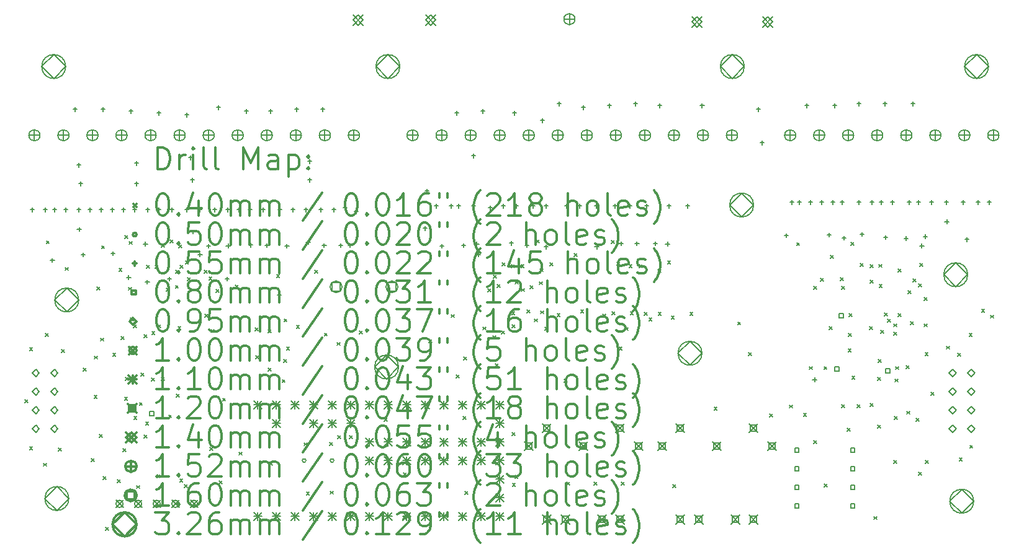
<source format=gbr>
%FSLAX45Y45*%
G04 Gerber Fmt 4.5, Leading zero omitted, Abs format (unit mm)*
G04 Created by KiCad (PCBNEW (5.0.2)-1) date 8/3/2020 5:45:34 PM*
%MOMM*%
%LPD*%
G01*
G04 APERTURE LIST*
%ADD10C,0.200000*%
%ADD11C,0.300000*%
G04 APERTURE END LIST*
D10*
X-1520000Y-3610000D02*
X-1480000Y-3650000D01*
X-1480000Y-3610000D02*
X-1520000Y-3650000D01*
X-1460000Y-2900000D02*
X-1420000Y-2940000D01*
X-1420000Y-2900000D02*
X-1460000Y-2940000D01*
X-1460000Y-4255000D02*
X-1420000Y-4295000D01*
X-1420000Y-4255000D02*
X-1460000Y-4295000D01*
X-1270000Y-4480000D02*
X-1230000Y-4520000D01*
X-1230000Y-4480000D02*
X-1270000Y-4520000D01*
X-1245000Y-2705000D02*
X-1205000Y-2745000D01*
X-1205000Y-2705000D02*
X-1245000Y-2745000D01*
X-1230310Y-1441770D02*
X-1190310Y-1481770D01*
X-1190310Y-1441770D02*
X-1230310Y-1481770D01*
X-1065000Y-4275000D02*
X-1025000Y-4315000D01*
X-1025000Y-4275000D02*
X-1065000Y-4315000D01*
X-1025000Y-2925000D02*
X-985000Y-2965000D01*
X-985000Y-2925000D02*
X-1025000Y-2965000D01*
X-972500Y-1806260D02*
X-932500Y-1846260D01*
X-932500Y-1806260D02*
X-972500Y-1846260D01*
X-726120Y-3180400D02*
X-686120Y-3220400D01*
X-686120Y-3180400D02*
X-726120Y-3220400D01*
X-620000Y-4420000D02*
X-580000Y-4460000D01*
X-580000Y-4420000D02*
X-620000Y-4460000D01*
X-580000Y-3555000D02*
X-540000Y-3595000D01*
X-540000Y-3555000D02*
X-580000Y-3595000D01*
X-575000Y-3015000D02*
X-535000Y-3055000D01*
X-535000Y-3015000D02*
X-575000Y-3055000D01*
X-538160Y-2070420D02*
X-498160Y-2110420D01*
X-498160Y-2070420D02*
X-538160Y-2110420D01*
X-507680Y-4084640D02*
X-467680Y-4124640D01*
X-467680Y-4084640D02*
X-507680Y-4124640D01*
X-490000Y-2770000D02*
X-450000Y-2810000D01*
X-450000Y-2770000D02*
X-490000Y-2810000D01*
X-477200Y-1509080D02*
X-437200Y-1549080D01*
X-437200Y-1509080D02*
X-477200Y-1549080D01*
X-455000Y-4660000D02*
X-415000Y-4700000D01*
X-415000Y-4660000D02*
X-455000Y-4700000D01*
X-425000Y-5360000D02*
X-385000Y-5400000D01*
X-385000Y-5360000D02*
X-425000Y-5400000D01*
X-325000Y-2980000D02*
X-285000Y-3020000D01*
X-285000Y-2980000D02*
X-325000Y-3020000D01*
X-263840Y-4704400D02*
X-223840Y-4744400D01*
X-223840Y-4704400D02*
X-263840Y-4744400D01*
X-239710Y-1817690D02*
X-199710Y-1857690D01*
X-199710Y-1817690D02*
X-239710Y-1857690D01*
X-210000Y-2746779D02*
X-170000Y-2786779D01*
X-170000Y-2746779D02*
X-210000Y-2786779D01*
X-187640Y-4282760D02*
X-147640Y-4322760D01*
X-147640Y-4282760D02*
X-187640Y-4322760D01*
X-165000Y-3580000D02*
X-125000Y-3620000D01*
X-125000Y-3580000D02*
X-165000Y-3620000D01*
X-157160Y-1366840D02*
X-117160Y-1406840D01*
X-117160Y-1366840D02*
X-157160Y-1406840D01*
X-150000Y-3310000D02*
X-110000Y-3350000D01*
X-110000Y-3310000D02*
X-150000Y-3350000D01*
X-107630Y-2075500D02*
X-67630Y-2115500D01*
X-67630Y-2075500D02*
X-107630Y-2115500D01*
X-100010Y-1449390D02*
X-60010Y-1489390D01*
X-60010Y-1449390D02*
X-100010Y-1489390D01*
X-86040Y-2494600D02*
X-46040Y-2534600D01*
X-46040Y-2494600D02*
X-86040Y-2534600D01*
X-40000Y-2590000D02*
X0Y-2630000D01*
X0Y-2590000D02*
X-40000Y-2630000D01*
X-35912Y-3838892D02*
X4088Y-3878892D01*
X4088Y-3838892D02*
X-35912Y-3878892D01*
X320Y-4785680D02*
X40320Y-4825680D01*
X40320Y-4785680D02*
X320Y-4825680D01*
X39801Y-3649999D02*
X79801Y-3689999D01*
X79801Y-3649999D02*
X39801Y-3689999D01*
X60000Y-3250000D02*
X100000Y-3290000D01*
X100000Y-3250000D02*
X60000Y-3290000D01*
X101920Y-2721930D02*
X141920Y-2761930D01*
X141920Y-2721930D02*
X101920Y-2761930D01*
X101920Y-4094800D02*
X141920Y-4134800D01*
X141920Y-4094800D02*
X101920Y-4134800D01*
X122897Y-3916099D02*
X162897Y-3956099D01*
X162897Y-3916099D02*
X122897Y-3956099D01*
X138527Y-1778320D02*
X178527Y-1818320D01*
X178527Y-1778320D02*
X138527Y-1818320D01*
X202367Y-3314551D02*
X242367Y-3354551D01*
X242367Y-3314551D02*
X202367Y-3354551D01*
X208600Y-2682560D02*
X248600Y-2722560D01*
X248600Y-2682560D02*
X208600Y-2722560D01*
X253928Y-1775780D02*
X293928Y-1815780D01*
X293928Y-1775780D02*
X253928Y-1815780D01*
X280000Y-4640000D02*
X320000Y-4680000D01*
X320000Y-4640000D02*
X280000Y-4680000D01*
X290000Y-2590000D02*
X330000Y-2630000D01*
X330000Y-2590000D02*
X290000Y-2630000D01*
X315280Y-3998280D02*
X355280Y-4038280D01*
X355280Y-3998280D02*
X315280Y-4038280D01*
X341204Y-3310179D02*
X381204Y-3350179D01*
X381204Y-3310179D02*
X341204Y-3350179D01*
X341950Y-1490030D02*
X381950Y-1530030D01*
X381950Y-1490030D02*
X341950Y-1530030D01*
X405899Y-2090440D02*
X445899Y-2130440D01*
X445899Y-2090440D02*
X405899Y-2130440D01*
X437200Y-3820480D02*
X477200Y-3860480D01*
X477200Y-3820480D02*
X437200Y-3860480D01*
X457520Y-1427800D02*
X497520Y-1467800D01*
X497520Y-1427800D02*
X457520Y-1467800D01*
X529910Y-2050100D02*
X569910Y-2090100D01*
X569910Y-2050100D02*
X529910Y-2090100D01*
X534990Y-1844360D02*
X574990Y-1884360D01*
X574990Y-1844360D02*
X534990Y-1884360D01*
X543880Y-3536000D02*
X583880Y-3576000D01*
X583880Y-3536000D02*
X543880Y-3576000D01*
X565000Y-2615000D02*
X605000Y-2655000D01*
X605000Y-2615000D02*
X565000Y-2655000D01*
X574360Y-1496380D02*
X614360Y-1536380D01*
X614360Y-1496380D02*
X574360Y-1536380D01*
X589600Y-4694240D02*
X629600Y-4734240D01*
X629600Y-4694240D02*
X589600Y-4734240D01*
X594680Y-1775780D02*
X634680Y-1815780D01*
X634680Y-1775780D02*
X594680Y-1815780D01*
X655640Y-4775520D02*
X695640Y-4815520D01*
X695640Y-4775520D02*
X655640Y-4815520D01*
X665800Y-1718630D02*
X705800Y-1758630D01*
X705800Y-1718630D02*
X665800Y-1758630D01*
X696280Y-1945960D02*
X736280Y-1985960D01*
X736280Y-1945960D02*
X696280Y-1985960D01*
X924880Y-1844360D02*
X964880Y-1884360D01*
X964880Y-1844360D02*
X924880Y-1884360D01*
X929960Y-2443800D02*
X969960Y-2483800D01*
X969960Y-2443800D02*
X929960Y-2483800D01*
X987661Y-1935800D02*
X1027661Y-1975800D01*
X1027661Y-1935800D02*
X987661Y-1975800D01*
X1001080Y-4262440D02*
X1041080Y-4302440D01*
X1041080Y-4262440D02*
X1001080Y-4302440D01*
X1016320Y-2652080D02*
X1056320Y-2692080D01*
X1056320Y-2652080D02*
X1016320Y-2692080D01*
X1082360Y-2107801D02*
X1122360Y-2147801D01*
X1122360Y-2107801D02*
X1082360Y-2147801D01*
X1128080Y-4724720D02*
X1168080Y-4764720D01*
X1168080Y-4724720D02*
X1128080Y-4764720D01*
X1173800Y-3591880D02*
X1213800Y-3631880D01*
X1213800Y-3591880D02*
X1173800Y-3631880D01*
X1347790Y-2047560D02*
X1387790Y-2087560D01*
X1387790Y-2047560D02*
X1347790Y-2087560D01*
X1397320Y-4328480D02*
X1437320Y-4368480D01*
X1437320Y-4328480D02*
X1397320Y-4368480D01*
X1615760Y-2631760D02*
X1655760Y-2671760D01*
X1655760Y-2631760D02*
X1615760Y-2671760D01*
X1623816Y-3014698D02*
X1663816Y-3054698D01*
X1663816Y-3014698D02*
X1623816Y-3054698D01*
X1793560Y-2657160D02*
X1833560Y-2697160D01*
X1833560Y-2657160D02*
X1793560Y-2697160D01*
X1793560Y-3180400D02*
X1833560Y-3220400D01*
X1833560Y-3180400D02*
X1793560Y-3220400D01*
X1813880Y-4465640D02*
X1853880Y-4505640D01*
X1853880Y-4465640D02*
X1813880Y-4505640D01*
X1910400Y-1900240D02*
X1950400Y-1940240D01*
X1950400Y-1900240D02*
X1910400Y-1940240D01*
X1986600Y-3337880D02*
X2026600Y-3377880D01*
X2026600Y-3337880D02*
X1986600Y-3377880D01*
X2005000Y-3060000D02*
X2045000Y-3100000D01*
X2045000Y-3060000D02*
X2005000Y-3100000D01*
X2012000Y-2507700D02*
X2052000Y-2547700D01*
X2052000Y-2507700D02*
X2012000Y-2547700D01*
X2045000Y-2895000D02*
X2085000Y-2935000D01*
X2085000Y-2895000D02*
X2045000Y-2935000D01*
X2181506Y-2595604D02*
X2221506Y-2635604D01*
X2221506Y-2595604D02*
X2181506Y-2635604D01*
X2286320Y-4201480D02*
X2326320Y-4241480D01*
X2326320Y-4201480D02*
X2286320Y-4241480D01*
X2316800Y-4877120D02*
X2356800Y-4917120D01*
X2356800Y-4877120D02*
X2316800Y-4917120D01*
X2428560Y-1844360D02*
X2468560Y-1884360D01*
X2468560Y-1844360D02*
X2428560Y-1884360D01*
X2563180Y-2702880D02*
X2603180Y-2742880D01*
X2603180Y-2702880D02*
X2563180Y-2742880D01*
X2631760Y-4196400D02*
X2671760Y-4236400D01*
X2671760Y-4196400D02*
X2631760Y-4236400D01*
X2641920Y-4861880D02*
X2681920Y-4901880D01*
X2681920Y-4861880D02*
X2641920Y-4901880D01*
X2738440Y-2829880D02*
X2778440Y-2869880D01*
X2778440Y-2829880D02*
X2738440Y-2869880D01*
X2743520Y-4104960D02*
X2783520Y-4144960D01*
X2783520Y-4104960D02*
X2743520Y-4144960D01*
X2906080Y-4104960D02*
X2946080Y-4144960D01*
X2946080Y-4104960D02*
X2906080Y-4144960D01*
X3039430Y-2671218D02*
X3079430Y-2711218D01*
X3079430Y-2671218D02*
X3039430Y-2711218D01*
X3378520Y-3866200D02*
X3418520Y-3906200D01*
X3418520Y-3866200D02*
X3378520Y-3906200D01*
X3635000Y-5205000D02*
X3675000Y-5245000D01*
X3675000Y-5205000D02*
X3635000Y-5245000D01*
X3642680Y-4612960D02*
X3682680Y-4652960D01*
X3682680Y-4612960D02*
X3642680Y-4652960D01*
X3988120Y-2794320D02*
X4028120Y-2834320D01*
X4028120Y-2794320D02*
X3988120Y-2834320D01*
X4292920Y-2448880D02*
X4332920Y-2488880D01*
X4332920Y-2448880D02*
X4292920Y-2488880D01*
X4358960Y-3276920D02*
X4398960Y-3316920D01*
X4398960Y-3276920D02*
X4358960Y-3316920D01*
X4455480Y-3840800D02*
X4495480Y-3880800D01*
X4495480Y-3840800D02*
X4455480Y-3880800D01*
X4465000Y-3030000D02*
X4505000Y-3070000D01*
X4505000Y-3030000D02*
X4465000Y-3070000D01*
X4480880Y-4866960D02*
X4520880Y-4906960D01*
X4520880Y-4866960D02*
X4480880Y-4906960D01*
X4726558Y-2617284D02*
X4766558Y-2657284D01*
X4766558Y-2617284D02*
X4726558Y-2657284D01*
X4790760Y-2095820D02*
X4830760Y-2135820D01*
X4830760Y-2095820D02*
X4790760Y-2135820D01*
X4860610Y-2736451D02*
X4900610Y-2776451D01*
X4900610Y-2736451D02*
X4860610Y-2776451D01*
X4872040Y-1910400D02*
X4912040Y-1950400D01*
X4912040Y-1910400D02*
X4872040Y-1950400D01*
X4897440Y-3119440D02*
X4937440Y-3159440D01*
X4937440Y-3119440D02*
X4897440Y-3159440D01*
X4922840Y-2036130D02*
X4962840Y-2076130D01*
X4962840Y-2036130D02*
X4922840Y-2076130D01*
X4977450Y-2674940D02*
X5017450Y-2714940D01*
X5017450Y-2674940D02*
X4977450Y-2714940D01*
X4987610Y-1744030D02*
X5027610Y-1784030D01*
X5027610Y-1744030D02*
X4987610Y-1784030D01*
X5114610Y-1765585D02*
X5154610Y-1805585D01*
X5154610Y-1765585D02*
X5114610Y-1805585D01*
X5119690Y-2409510D02*
X5159690Y-2449510D01*
X5159690Y-2409510D02*
X5119690Y-2449510D01*
X5120960Y-4064320D02*
X5160960Y-4104320D01*
X5160960Y-4064320D02*
X5120960Y-4104320D01*
X5126040Y-2586040D02*
X5166040Y-2626040D01*
X5166040Y-2586040D02*
X5126040Y-2626040D01*
X5128412Y-4758579D02*
X5168412Y-4798579D01*
X5168412Y-4758579D02*
X5128412Y-4798579D01*
X5161600Y-4643440D02*
X5201600Y-4683440D01*
X5201600Y-4643440D02*
X5161600Y-4683440D01*
X5167950Y-1991680D02*
X5207950Y-2031680D01*
X5207950Y-1991680D02*
X5167950Y-2031680D01*
X5246690Y-1765585D02*
X5286690Y-1805585D01*
X5286690Y-1765585D02*
X5246690Y-1805585D01*
X5253040Y-2093831D02*
X5293040Y-2133831D01*
X5293040Y-2093831D02*
X5253040Y-2133831D01*
X5324160Y-2387920D02*
X5364160Y-2427920D01*
X5364160Y-2387920D02*
X5324160Y-2427920D01*
X5369880Y-2057001D02*
X5409880Y-2097001D01*
X5409880Y-2057001D02*
X5369880Y-2097001D01*
X5430840Y-2507700D02*
X5470840Y-2547700D01*
X5470840Y-2507700D02*
X5430840Y-2547700D01*
X5451160Y-1427800D02*
X5491160Y-1467800D01*
X5491160Y-1427800D02*
X5451160Y-1467800D01*
X5498150Y-1999300D02*
X5538150Y-2039300D01*
X5538150Y-1999300D02*
X5498150Y-2039300D01*
X5504500Y-1823286D02*
X5544500Y-1863286D01*
X5544500Y-1823286D02*
X5504500Y-1863286D01*
X5512120Y-2398080D02*
X5552120Y-2438080D01*
X5552120Y-2398080D02*
X5512120Y-2438080D01*
X5573080Y-2621600D02*
X5613080Y-2661600D01*
X5613080Y-2621600D02*
X5573080Y-2661600D01*
X5640390Y-1738950D02*
X5680390Y-1778950D01*
X5680390Y-1738950D02*
X5640390Y-1778950D01*
X5736910Y-2436180D02*
X5776910Y-2476180D01*
X5776910Y-2436180D02*
X5736910Y-2476180D01*
X5837240Y-3332800D02*
X5877240Y-3372800D01*
X5877240Y-3332800D02*
X5837240Y-3372800D01*
X5868000Y-4738001D02*
X5908000Y-4778001D01*
X5908000Y-4738001D02*
X5868000Y-4778001D01*
X5971860Y-1611950D02*
X6011860Y-1651950D01*
X6011860Y-1611950D02*
X5971860Y-1651950D01*
X6059490Y-2382840D02*
X6099490Y-2422840D01*
X6099490Y-2382840D02*
X6059490Y-2422840D01*
X6240656Y-4738001D02*
X6280656Y-4778001D01*
X6280656Y-4738001D02*
X6240656Y-4778001D01*
X6361750Y-2440541D02*
X6401750Y-2480541D01*
X6401750Y-2440541D02*
X6361750Y-2480541D01*
X6481130Y-1435420D02*
X6521130Y-1475420D01*
X6521130Y-1435420D02*
X6481130Y-1475420D01*
X6484940Y-2412050D02*
X6524940Y-2452050D01*
X6524940Y-2412050D02*
X6484940Y-2452050D01*
X6552262Y-1736167D02*
X6592262Y-1776167D01*
X6592262Y-1736167D02*
X6552262Y-1776167D01*
X6584000Y-2890840D02*
X6624000Y-2930840D01*
X6624000Y-2890840D02*
X6584000Y-2930840D01*
X6613284Y-4738001D02*
X6653284Y-4778001D01*
X6653284Y-4738001D02*
X6613284Y-4778001D01*
X6665280Y-2626680D02*
X6705280Y-2666680D01*
X6705280Y-2626680D02*
X6665280Y-2666680D01*
X6719890Y-1765585D02*
X6759890Y-1805585D01*
X6759890Y-1765585D02*
X6719890Y-1805585D01*
X6736400Y-2413320D02*
X6776400Y-2453320D01*
X6776400Y-2413320D02*
X6736400Y-2453320D01*
X6858320Y-1765585D02*
X6898320Y-1805585D01*
X6898320Y-1765585D02*
X6858320Y-1805585D01*
X6924360Y-2419670D02*
X6964360Y-2459670D01*
X6964360Y-2419670D02*
X6924360Y-2459670D01*
X6990400Y-2494600D02*
X7030400Y-2534600D01*
X7030400Y-2494600D02*
X6990400Y-2534600D01*
X7114860Y-1831660D02*
X7154860Y-1871660D01*
X7154860Y-1831660D02*
X7114860Y-1871660D01*
X7117400Y-2418400D02*
X7157400Y-2458400D01*
X7157400Y-2418400D02*
X7117400Y-2458400D01*
X7244400Y-1716090D02*
X7284400Y-1756090D01*
X7284400Y-1716090D02*
X7244400Y-1756090D01*
X7295200Y-2469200D02*
X7335200Y-2509200D01*
X7335200Y-2469200D02*
X7295200Y-2509200D01*
X7318000Y-4770000D02*
X7358000Y-4810000D01*
X7358000Y-4770000D02*
X7318000Y-4810000D01*
X7549200Y-2418400D02*
X7589200Y-2458400D01*
X7589200Y-2418400D02*
X7549200Y-2458400D01*
X7879400Y-3713800D02*
X7919400Y-3753800D01*
X7919400Y-3713800D02*
X7879400Y-3753800D01*
X8200000Y-2550000D02*
X8240000Y-2590000D01*
X8240000Y-2550000D02*
X8200000Y-2590000D01*
X8346760Y-2967040D02*
X8386760Y-3007040D01*
X8386760Y-2967040D02*
X8346760Y-3007040D01*
X8636320Y-3810320D02*
X8676320Y-3850320D01*
X8676320Y-3810320D02*
X8636320Y-3850320D01*
X8910785Y-3686183D02*
X8950785Y-3726183D01*
X8950785Y-3686183D02*
X8910785Y-3726183D01*
X9004620Y-1465900D02*
X9044620Y-1505900D01*
X9044620Y-1465900D02*
X9004620Y-1505900D01*
X9098000Y-3800000D02*
X9138000Y-3840000D01*
X9138000Y-3800000D02*
X9098000Y-3840000D01*
X9178000Y-3160000D02*
X9218000Y-3200000D01*
X9218000Y-3160000D02*
X9178000Y-3200000D01*
X9237030Y-2065340D02*
X9277030Y-2105340D01*
X9277030Y-2065340D02*
X9237030Y-2105340D01*
X9238000Y-4170000D02*
X9278000Y-4210000D01*
X9278000Y-4170000D02*
X9238000Y-4210000D01*
X9332280Y-1951040D02*
X9372280Y-1991040D01*
X9372280Y-1951040D02*
X9332280Y-1991040D01*
X9378000Y-3160000D02*
X9418000Y-3200000D01*
X9418000Y-3160000D02*
X9378000Y-3200000D01*
X9383000Y-4765000D02*
X9423000Y-4805000D01*
X9423000Y-4765000D02*
X9383000Y-4805000D01*
X9452930Y-2611440D02*
X9492930Y-2651440D01*
X9492930Y-2611440D02*
X9452930Y-2651440D01*
X9464360Y-1637350D02*
X9504360Y-1677350D01*
X9504360Y-1637350D02*
X9464360Y-1677350D01*
X9601520Y-1945960D02*
X9641520Y-1985960D01*
X9641520Y-1945960D02*
X9601520Y-1985960D01*
X9618000Y-3680000D02*
X9658000Y-3720000D01*
X9658000Y-3680000D02*
X9618000Y-3720000D01*
X9619300Y-2065340D02*
X9659300Y-2105340D01*
X9659300Y-2065340D02*
X9619300Y-2105340D01*
X9698000Y-4000000D02*
X9738000Y-4040000D01*
X9738000Y-4000000D02*
X9698000Y-4040000D01*
X9708000Y-2920000D02*
X9748000Y-2960000D01*
X9748000Y-2920000D02*
X9708000Y-2960000D01*
X9713280Y-2707960D02*
X9753280Y-2747960D01*
X9753280Y-2707960D02*
X9713280Y-2747960D01*
X9718360Y-2438720D02*
X9758360Y-2478720D01*
X9758360Y-2438720D02*
X9718360Y-2478720D01*
X9745030Y-1459550D02*
X9785030Y-1499550D01*
X9785030Y-1459550D02*
X9745030Y-1499550D01*
X9758000Y-3290000D02*
X9798000Y-3330000D01*
X9798000Y-3290000D02*
X9758000Y-3330000D01*
X9828000Y-3680000D02*
X9868000Y-3720000D01*
X9868000Y-3680000D02*
X9828000Y-3720000D01*
X9875840Y-1750380D02*
X9915840Y-1790380D01*
X9915840Y-1750380D02*
X9875840Y-1790380D01*
X9997760Y-2611440D02*
X10037760Y-2651440D01*
X10037760Y-2611440D02*
X9997760Y-2651440D01*
X10006650Y-1765585D02*
X10046650Y-1805585D01*
X10046650Y-1765585D02*
X10006650Y-1805585D01*
X10009190Y-1981520D02*
X10049190Y-2021520D01*
X10049190Y-1981520D02*
X10009190Y-2021520D01*
X10010500Y-3663000D02*
X10050500Y-3703000D01*
X10050500Y-3663000D02*
X10010500Y-3703000D01*
X10058000Y-5210000D02*
X10098000Y-5250000D01*
X10098000Y-5210000D02*
X10058000Y-5250000D01*
X10108000Y-3310000D02*
X10148000Y-3350000D01*
X10148000Y-3310000D02*
X10108000Y-3350000D01*
X10108000Y-3960000D02*
X10148000Y-4000000D01*
X10148000Y-3960000D02*
X10108000Y-4000000D01*
X10118000Y-3060000D02*
X10158000Y-3100000D01*
X10158000Y-3060000D02*
X10118000Y-3100000D01*
X10126030Y-1763080D02*
X10166030Y-1803080D01*
X10166030Y-1763080D02*
X10126030Y-1803080D01*
X10132380Y-2036130D02*
X10172380Y-2076130D01*
X10172380Y-2036130D02*
X10132380Y-2076130D01*
X10150160Y-2667320D02*
X10190160Y-2707320D01*
X10190160Y-2667320D02*
X10150160Y-2707320D01*
X10203399Y-2429426D02*
X10243399Y-2469426D01*
X10243399Y-2429426D02*
X10203399Y-2469426D01*
X10246680Y-2514920D02*
X10286680Y-2554920D01*
X10286680Y-2514920D02*
X10246680Y-2554920D01*
X10327960Y-2575880D02*
X10367960Y-2615880D01*
X10367960Y-2575880D02*
X10327960Y-2615880D01*
X10327960Y-2687640D02*
X10367960Y-2727640D01*
X10367960Y-2687640D02*
X10327960Y-2727640D01*
X10327960Y-4445320D02*
X10367960Y-4485320D01*
X10367960Y-4445320D02*
X10327960Y-4485320D01*
X10338000Y-3840000D02*
X10378000Y-3880000D01*
X10378000Y-3840000D02*
X10338000Y-3880000D01*
X10348000Y-3330000D02*
X10388000Y-3370000D01*
X10388000Y-3330000D02*
X10348000Y-3370000D01*
X10358000Y-3160000D02*
X10398000Y-3200000D01*
X10398000Y-3160000D02*
X10358000Y-3200000D01*
X10390190Y-1824040D02*
X10430190Y-1864040D01*
X10430190Y-1824040D02*
X10390190Y-1864040D01*
X10391460Y-2438720D02*
X10431460Y-2478720D01*
X10431460Y-2438720D02*
X10391460Y-2478720D01*
X10498000Y-3150000D02*
X10538000Y-3190000D01*
X10538000Y-3150000D02*
X10498000Y-3190000D01*
X10508000Y-3770000D02*
X10548000Y-3810000D01*
X10548000Y-3770000D02*
X10508000Y-3810000D01*
X10526080Y-2123760D02*
X10566080Y-2163760D01*
X10566080Y-2123760D02*
X10526080Y-2163760D01*
X10561640Y-2545400D02*
X10601640Y-2585400D01*
X10601640Y-2545400D02*
X10561640Y-2585400D01*
X10590458Y-1963740D02*
X10630458Y-2003740D01*
X10630458Y-1963740D02*
X10590458Y-2003740D01*
X10638000Y-3870000D02*
X10678000Y-3910000D01*
X10678000Y-3870000D02*
X10638000Y-3910000D01*
X10668320Y-4602800D02*
X10708320Y-4642800D01*
X10708320Y-4602800D02*
X10668320Y-4642800D01*
X10670860Y-2029780D02*
X10710860Y-2069780D01*
X10710860Y-2029780D02*
X10670860Y-2069780D01*
X10683560Y-1747840D02*
X10723560Y-1787840D01*
X10723560Y-1747840D02*
X10683560Y-1787840D01*
X10744520Y-2215200D02*
X10784520Y-2255200D01*
X10784520Y-2215200D02*
X10744520Y-2255200D01*
X10744520Y-2575880D02*
X10784520Y-2615880D01*
X10784520Y-2575880D02*
X10744520Y-2615880D01*
X10758000Y-2970000D02*
X10798000Y-3010000D01*
X10798000Y-2970000D02*
X10758000Y-3010000D01*
X10763000Y-4440000D02*
X10803000Y-4480000D01*
X10803000Y-4440000D02*
X10763000Y-4480000D01*
X10838000Y-3510000D02*
X10878000Y-3550000D01*
X10878000Y-3510000D02*
X10838000Y-3550000D01*
X11053000Y-2880000D02*
X11093000Y-2920000D01*
X11093000Y-2880000D02*
X11053000Y-2920000D01*
X11203000Y-2975000D02*
X11243000Y-3015000D01*
X11243000Y-2975000D02*
X11203000Y-3015000D01*
X11223000Y-4410000D02*
X11263000Y-4450000D01*
X11263000Y-4410000D02*
X11223000Y-4450000D01*
X11358000Y-2710000D02*
X11398000Y-2750000D01*
X11398000Y-2710000D02*
X11358000Y-2750000D01*
X11368000Y-4235000D02*
X11408000Y-4275000D01*
X11408000Y-4235000D02*
X11368000Y-4275000D01*
X11528110Y-2375220D02*
X11568110Y-2415220D01*
X11568110Y-2375220D02*
X11528110Y-2415220D01*
X11652570Y-2456500D02*
X11692570Y-2496500D01*
X11692570Y-2456500D02*
X11652570Y-2496500D01*
X2311000Y-4445000D02*
G75*
G03X2311000Y-4445000I-25000J0D01*
G01*
X2692000Y-4445000D02*
G75*
G03X2692000Y-4445000I-25000J0D01*
G01*
X-1422400Y-988500D02*
X-1422400Y-1043500D01*
X-1449900Y-1016000D02*
X-1394900Y-1016000D01*
X-1244600Y-988500D02*
X-1244600Y-1043500D01*
X-1272100Y-1016000D02*
X-1217100Y-1016000D01*
X-1148080Y-1679380D02*
X-1148080Y-1734380D01*
X-1175580Y-1706880D02*
X-1120580Y-1706880D01*
X-1117600Y-988500D02*
X-1117600Y-1043500D01*
X-1145100Y-1016000D02*
X-1090100Y-1016000D01*
X-965200Y-988500D02*
X-965200Y-1043500D01*
X-992700Y-1016000D02*
X-937700Y-1016000D01*
X-838200Y383100D02*
X-838200Y328100D01*
X-865700Y355600D02*
X-810700Y355600D01*
X-787400Y-378900D02*
X-787400Y-433900D01*
X-814900Y-406400D02*
X-759900Y-406400D01*
X-787400Y-988500D02*
X-787400Y-1043500D01*
X-814900Y-1016000D02*
X-759900Y-1016000D01*
X-782320Y-1257740D02*
X-782320Y-1312740D01*
X-809820Y-1285240D02*
X-754820Y-1285240D01*
X-762000Y-632900D02*
X-762000Y-687900D01*
X-789500Y-660400D02*
X-734500Y-660400D01*
X-726440Y-1603180D02*
X-726440Y-1658180D01*
X-753940Y-1630680D02*
X-698940Y-1630680D01*
X-635000Y-988500D02*
X-635000Y-1043500D01*
X-662500Y-1016000D02*
X-607500Y-1016000D01*
X-482600Y-988500D02*
X-482600Y-1043500D01*
X-510100Y-1016000D02*
X-455100Y-1016000D01*
X-457200Y383100D02*
X-457200Y328100D01*
X-484700Y355600D02*
X-429700Y355600D01*
X-330200Y-988500D02*
X-330200Y-1043500D01*
X-357700Y-1016000D02*
X-302700Y-1016000D01*
X-321310Y-1585400D02*
X-321310Y-1640400D01*
X-348810Y-1612900D02*
X-293810Y-1612900D01*
X-177800Y-988500D02*
X-177800Y-1043500D01*
X-205300Y-1016000D02*
X-150300Y-1016000D01*
X-106680Y-1913060D02*
X-106680Y-1968060D01*
X-134180Y-1940560D02*
X-79180Y-1940560D01*
X-76200Y357700D02*
X-76200Y302700D01*
X-103700Y330200D02*
X-48700Y330200D01*
X-25400Y-988500D02*
X-25400Y-1043500D01*
X-52900Y-1016000D02*
X2100Y-1016000D01*
X0Y-353500D02*
X0Y-408500D01*
X-27500Y-381000D02*
X27500Y-381000D01*
X0Y-632900D02*
X0Y-687900D01*
X-27500Y-660400D02*
X27500Y-660400D01*
X121920Y-1455860D02*
X121920Y-1510860D01*
X94420Y-1483360D02*
X149420Y-1483360D01*
X147320Y-1974020D02*
X147320Y-2029020D01*
X119820Y-2001520D02*
X174820Y-2001520D01*
X152400Y-988500D02*
X152400Y-1043500D01*
X124900Y-1016000D02*
X179900Y-1016000D01*
X304800Y332300D02*
X304800Y277300D01*
X277300Y304800D02*
X332300Y304800D01*
X304800Y-988500D02*
X304800Y-1043500D01*
X277300Y-1016000D02*
X332300Y-1016000D01*
X447040Y-1933380D02*
X447040Y-1988380D01*
X419540Y-1960880D02*
X474540Y-1960880D01*
X482600Y-988500D02*
X482600Y-1043500D01*
X455100Y-1016000D02*
X510100Y-1016000D01*
X685800Y306900D02*
X685800Y251900D01*
X658300Y279400D02*
X713300Y279400D01*
X685800Y-988500D02*
X685800Y-1043500D01*
X658300Y-1016000D02*
X713300Y-1016000D01*
X736600Y-277300D02*
X736600Y-332300D01*
X709100Y-304800D02*
X764100Y-304800D01*
X762000Y-582100D02*
X762000Y-637100D01*
X734500Y-609600D02*
X789500Y-609600D01*
X767080Y-1288220D02*
X767080Y-1343220D01*
X739580Y-1315720D02*
X794580Y-1315720D01*
X863600Y-988500D02*
X863600Y-1043500D01*
X836100Y-1016000D02*
X891100Y-1016000D01*
X866140Y-1604450D02*
X866140Y-1659450D01*
X838640Y-1631950D02*
X893640Y-1631950D01*
X980440Y-1486340D02*
X980440Y-1541340D01*
X952940Y-1513840D02*
X1007940Y-1513840D01*
X1066800Y-988500D02*
X1066800Y-1043500D01*
X1039300Y-1016000D02*
X1094300Y-1016000D01*
X1117600Y408500D02*
X1117600Y353500D01*
X1090100Y381000D02*
X1145100Y381000D01*
X1234440Y-1933380D02*
X1234440Y-1988380D01*
X1206940Y-1960880D02*
X1261940Y-1960880D01*
X1244600Y-988500D02*
X1244600Y-1043500D01*
X1217100Y-1016000D02*
X1272100Y-1016000D01*
X1249680Y-1481260D02*
X1249680Y-1536260D01*
X1222180Y-1508760D02*
X1277180Y-1508760D01*
X1397000Y-988500D02*
X1397000Y-1043500D01*
X1369500Y-1016000D02*
X1424500Y-1016000D01*
X1498600Y357700D02*
X1498600Y302700D01*
X1471100Y330200D02*
X1526100Y330200D01*
X1549400Y-988500D02*
X1549400Y-1043500D01*
X1521900Y-1016000D02*
X1576900Y-1016000D01*
X1559560Y-1471100D02*
X1559560Y-1526100D01*
X1532060Y-1498600D02*
X1587060Y-1498600D01*
X1727200Y-988500D02*
X1727200Y-1043500D01*
X1699700Y-1016000D02*
X1754700Y-1016000D01*
X1778000Y-1476180D02*
X1778000Y-1531180D01*
X1750500Y-1503680D02*
X1805500Y-1503680D01*
X1828800Y357700D02*
X1828800Y302700D01*
X1801300Y330200D02*
X1856300Y330200D01*
X1945640Y-2151820D02*
X1945640Y-2206820D01*
X1918140Y-2179320D02*
X1973140Y-2179320D01*
X1955800Y-988500D02*
X1955800Y-1043500D01*
X1928300Y-1016000D02*
X1983300Y-1016000D01*
X2052320Y-1486340D02*
X2052320Y-1541340D01*
X2024820Y-1513840D02*
X2079820Y-1513840D01*
X2133600Y-988500D02*
X2133600Y-1043500D01*
X2106100Y-1016000D02*
X2161100Y-1016000D01*
X2184400Y383100D02*
X2184400Y328100D01*
X2156900Y355600D02*
X2211900Y355600D01*
X2311400Y-988500D02*
X2311400Y-1043500D01*
X2283900Y-1016000D02*
X2338900Y-1016000D01*
X2341880Y-1435540D02*
X2341880Y-1490540D01*
X2314380Y-1463040D02*
X2369380Y-1463040D01*
X2362200Y-328100D02*
X2362200Y-383100D01*
X2334700Y-355600D02*
X2389700Y-355600D01*
X2362200Y-582100D02*
X2362200Y-637100D01*
X2334700Y-609600D02*
X2389700Y-609600D01*
X2514600Y-988500D02*
X2514600Y-1043500D01*
X2487100Y-1016000D02*
X2542100Y-1016000D01*
X2540000Y383100D02*
X2540000Y328100D01*
X2512500Y355600D02*
X2567500Y355600D01*
X2560320Y-1476180D02*
X2560320Y-1531180D01*
X2532820Y-1503680D02*
X2587820Y-1503680D01*
X2692400Y-988500D02*
X2692400Y-1043500D01*
X2664900Y-1016000D02*
X2719900Y-1016000D01*
X2783840Y-1476180D02*
X2783840Y-1531180D01*
X2756340Y-1503680D02*
X2811340Y-1503680D01*
X2844800Y-963100D02*
X2844800Y-1018100D01*
X2817300Y-990600D02*
X2872300Y-990600D01*
X2910840Y-1476180D02*
X2910840Y-1531180D01*
X2883340Y-1503680D02*
X2938340Y-1503680D01*
X2997200Y-1013900D02*
X2997200Y-1068900D01*
X2969700Y-1041400D02*
X3024700Y-1041400D01*
X3937000Y-1242500D02*
X3937000Y-1297500D01*
X3909500Y-1270000D02*
X3964500Y-1270000D01*
X3962400Y-734500D02*
X3962400Y-789500D01*
X3934900Y-762000D02*
X3989900Y-762000D01*
X4089400Y-937700D02*
X4089400Y-992700D01*
X4061900Y-965200D02*
X4116900Y-965200D01*
X4165600Y-1486340D02*
X4165600Y-1541340D01*
X4138100Y-1513840D02*
X4193100Y-1513840D01*
X4292600Y-937700D02*
X4292600Y-992700D01*
X4265100Y-965200D02*
X4320100Y-965200D01*
X4368800Y332300D02*
X4368800Y277300D01*
X4341300Y304800D02*
X4396300Y304800D01*
X4394200Y-937700D02*
X4394200Y-992700D01*
X4366700Y-965200D02*
X4421700Y-965200D01*
X4460240Y-1476180D02*
X4460240Y-1531180D01*
X4432740Y-1503680D02*
X4487740Y-1503680D01*
X4597400Y-251900D02*
X4597400Y-306900D01*
X4569900Y-279400D02*
X4624900Y-279400D01*
X4597400Y-937700D02*
X4597400Y-992700D01*
X4569900Y-965200D02*
X4624900Y-965200D01*
X4643120Y-1455860D02*
X4643120Y-1510860D01*
X4615620Y-1483360D02*
X4670620Y-1483360D01*
X4660900Y-1604450D02*
X4660900Y-1659450D01*
X4633400Y-1631950D02*
X4688400Y-1631950D01*
X4724400Y357700D02*
X4724400Y302700D01*
X4696900Y330200D02*
X4751900Y330200D01*
X4826000Y-963100D02*
X4826000Y-1018100D01*
X4798500Y-990600D02*
X4853500Y-990600D01*
X5003800Y-937700D02*
X5003800Y-992700D01*
X4976300Y-965200D02*
X5031300Y-965200D01*
X5115560Y-1445700D02*
X5115560Y-1500700D01*
X5088060Y-1473200D02*
X5143060Y-1473200D01*
X5156200Y332300D02*
X5156200Y277300D01*
X5128700Y304800D02*
X5183700Y304800D01*
X5181600Y-937700D02*
X5181600Y-992700D01*
X5154100Y-965200D02*
X5209100Y-965200D01*
X5323840Y-1476180D02*
X5323840Y-1531180D01*
X5296340Y-1503680D02*
X5351340Y-1503680D01*
X5410200Y-937700D02*
X5410200Y-992700D01*
X5382700Y-965200D02*
X5437700Y-965200D01*
X5537200Y230700D02*
X5537200Y175700D01*
X5509700Y203200D02*
X5564700Y203200D01*
X5588000Y-937700D02*
X5588000Y-992700D01*
X5560500Y-965200D02*
X5615500Y-965200D01*
X5588000Y-1496500D02*
X5588000Y-1551500D01*
X5560500Y-1524000D02*
X5615500Y-1524000D01*
X5765800Y459300D02*
X5765800Y404300D01*
X5738300Y431800D02*
X5793300Y431800D01*
X5867400Y-937700D02*
X5867400Y-992700D01*
X5839900Y-965200D02*
X5894900Y-965200D01*
X6045200Y-937700D02*
X6045200Y-992700D01*
X6017700Y-965200D02*
X6072700Y-965200D01*
X6096000Y408500D02*
X6096000Y353500D01*
X6068500Y381000D02*
X6123500Y381000D01*
X6273800Y-937700D02*
X6273800Y-992700D01*
X6246300Y-965200D02*
X6301300Y-965200D01*
X6278880Y-1496500D02*
X6278880Y-1551500D01*
X6251380Y-1524000D02*
X6306380Y-1524000D01*
X6451600Y433900D02*
X6451600Y378900D01*
X6424100Y406400D02*
X6479100Y406400D01*
X6527800Y-937700D02*
X6527800Y-992700D01*
X6500300Y-965200D02*
X6555300Y-965200D01*
X6609080Y-1450780D02*
X6609080Y-1505780D01*
X6581580Y-1478280D02*
X6636580Y-1478280D01*
X6731000Y-937700D02*
X6731000Y-992700D01*
X6703500Y-965200D02*
X6758500Y-965200D01*
X6807200Y459300D02*
X6807200Y404300D01*
X6779700Y431800D02*
X6834700Y431800D01*
X6827520Y-1450780D02*
X6827520Y-1505780D01*
X6800020Y-1478280D02*
X6855020Y-1478280D01*
X6959600Y-937700D02*
X6959600Y-992700D01*
X6932100Y-965200D02*
X6987100Y-965200D01*
X7076440Y-1450780D02*
X7076440Y-1505780D01*
X7048940Y-1478280D02*
X7103940Y-1478280D01*
X7137400Y433900D02*
X7137400Y378900D01*
X7109900Y406400D02*
X7164900Y406400D01*
X7244080Y-1455860D02*
X7244080Y-1510860D01*
X7216580Y-1483360D02*
X7271580Y-1483360D01*
X7264400Y-937700D02*
X7264400Y-992700D01*
X7236900Y-965200D02*
X7291900Y-965200D01*
X7518400Y-937700D02*
X7518400Y-992700D01*
X7490900Y-965200D02*
X7545900Y-965200D01*
X7717120Y433900D02*
X7717120Y378900D01*
X7689620Y406400D02*
X7744620Y406400D01*
X8483600Y383100D02*
X8483600Y328100D01*
X8456100Y355600D02*
X8511100Y355600D01*
X8534400Y-74100D02*
X8534400Y-129100D01*
X8506900Y-101600D02*
X8561900Y-101600D01*
X8864600Y-1339020D02*
X8864600Y-1394020D01*
X8837100Y-1366520D02*
X8892100Y-1366520D01*
X8940800Y-886900D02*
X8940800Y-941900D01*
X8913300Y-914400D02*
X8968300Y-914400D01*
X9042400Y-886900D02*
X9042400Y-941900D01*
X9014900Y-914400D02*
X9069900Y-914400D01*
X9144000Y433900D02*
X9144000Y378900D01*
X9116500Y406400D02*
X9171500Y406400D01*
X9194800Y-886900D02*
X9194800Y-941900D01*
X9167300Y-914400D02*
X9222300Y-914400D01*
X9250680Y-3310060D02*
X9250680Y-3365060D01*
X9223180Y-3337560D02*
X9278180Y-3337560D01*
X9347200Y-886900D02*
X9347200Y-941900D01*
X9319700Y-914400D02*
X9374700Y-914400D01*
X9448800Y-1333940D02*
X9448800Y-1388940D01*
X9421300Y-1361440D02*
X9476300Y-1361440D01*
X9499600Y-886900D02*
X9499600Y-941900D01*
X9472100Y-914400D02*
X9527100Y-914400D01*
X9525000Y433900D02*
X9525000Y378900D01*
X9497500Y406400D02*
X9552500Y406400D01*
X9626600Y-886900D02*
X9626600Y-941900D01*
X9599100Y-914400D02*
X9654100Y-914400D01*
X9652000Y-1374580D02*
X9652000Y-1429580D01*
X9624500Y-1402080D02*
X9679500Y-1402080D01*
X9855200Y459300D02*
X9855200Y404300D01*
X9827700Y431800D02*
X9882700Y431800D01*
X9855200Y-886900D02*
X9855200Y-941900D01*
X9827700Y-914400D02*
X9882700Y-914400D01*
X9855200Y-886900D02*
X9855200Y-941900D01*
X9827700Y-914400D02*
X9882700Y-914400D01*
X9855200Y-886900D02*
X9855200Y-941900D01*
X9827700Y-914400D02*
X9882700Y-914400D01*
X9895840Y-1323780D02*
X9895840Y-1378780D01*
X9868340Y-1351280D02*
X9923340Y-1351280D01*
X10033000Y-886900D02*
X10033000Y-941900D01*
X10005500Y-914400D02*
X10060500Y-914400D01*
X10160000Y-886900D02*
X10160000Y-941900D01*
X10132500Y-914400D02*
X10187500Y-914400D01*
X10210800Y459300D02*
X10210800Y404300D01*
X10183300Y431800D02*
X10238300Y431800D01*
X10220960Y-1364420D02*
X10220960Y-1419420D01*
X10193460Y-1391920D02*
X10248460Y-1391920D01*
X10312400Y-886900D02*
X10312400Y-941900D01*
X10284900Y-914400D02*
X10339900Y-914400D01*
X10500360Y-1379660D02*
X10500360Y-1434660D01*
X10472860Y-1407160D02*
X10527860Y-1407160D01*
X10541000Y-886900D02*
X10541000Y-941900D01*
X10513500Y-914400D02*
X10568500Y-914400D01*
X10591800Y459300D02*
X10591800Y404300D01*
X10564300Y431800D02*
X10619300Y431800D01*
X10668000Y-886900D02*
X10668000Y-941900D01*
X10640500Y-914400D02*
X10695500Y-914400D01*
X10713720Y-1481260D02*
X10713720Y-1536260D01*
X10686220Y-1508760D02*
X10741220Y-1508760D01*
X10759440Y-1354260D02*
X10759440Y-1409260D01*
X10731940Y-1381760D02*
X10786940Y-1381760D01*
X10845800Y-886900D02*
X10845800Y-941900D01*
X10818300Y-914400D02*
X10873300Y-914400D01*
X11049000Y-886900D02*
X11049000Y-941900D01*
X11021500Y-914400D02*
X11076500Y-914400D01*
X11054080Y-1151060D02*
X11054080Y-1206060D01*
X11026580Y-1178560D02*
X11081580Y-1178560D01*
X11277600Y-886900D02*
X11277600Y-941900D01*
X11250100Y-914400D02*
X11305100Y-914400D01*
X11328400Y-1394900D02*
X11328400Y-1449900D01*
X11300900Y-1422400D02*
X11355900Y-1422400D01*
X11480800Y-886900D02*
X11480800Y-941900D01*
X11453300Y-914400D02*
X11508300Y-914400D01*
X11633200Y-886900D02*
X11633200Y-941900D01*
X11605700Y-914400D02*
X11660700Y-914400D01*
X233683Y-3828284D02*
X233683Y-3771715D01*
X177114Y-3771715D01*
X177114Y-3828284D01*
X233683Y-3828284D01*
X9583785Y-3218284D02*
X9583785Y-3161715D01*
X9527216Y-3161715D01*
X9527216Y-3218284D01*
X9583785Y-3218284D01*
X9644725Y-2490744D02*
X9644725Y-2434175D01*
X9588156Y-2434175D01*
X9588156Y-2490744D01*
X9644725Y-2490744D01*
X10276285Y-3248284D02*
X10276285Y-3191715D01*
X10219716Y-3191715D01*
X10219716Y-3248284D01*
X10276285Y-3248284D01*
X9036285Y-4328285D02*
X9036285Y-4271716D01*
X8979716Y-4271716D01*
X8979716Y-4328285D01*
X9036285Y-4328285D01*
X9036285Y-4582285D02*
X9036285Y-4525716D01*
X8979716Y-4525716D01*
X8979716Y-4582285D01*
X9036285Y-4582285D01*
X9036285Y-4836285D02*
X9036285Y-4779716D01*
X8979716Y-4779716D01*
X8979716Y-4836285D01*
X9036285Y-4836285D01*
X9036285Y-5090285D02*
X9036285Y-5033716D01*
X8979716Y-5033716D01*
X8979716Y-5090285D01*
X9036285Y-5090285D01*
X9798285Y-4328285D02*
X9798285Y-4271716D01*
X9741716Y-4271716D01*
X9741716Y-4328285D01*
X9798285Y-4328285D01*
X9798285Y-4582285D02*
X9798285Y-4525716D01*
X9741716Y-4525716D01*
X9741716Y-4582285D01*
X9798285Y-4582285D01*
X9798285Y-4836285D02*
X9798285Y-4779716D01*
X9741716Y-4779716D01*
X9741716Y-4836285D01*
X9798285Y-4836285D01*
X9798285Y-5090285D02*
X9798285Y-5033716D01*
X9741716Y-5033716D01*
X9741716Y-5090285D01*
X9798285Y-5090285D01*
X11134000Y-3295500D02*
X11181500Y-3248000D01*
X11134000Y-3200500D01*
X11086500Y-3248000D01*
X11134000Y-3295500D01*
X11134000Y-3549500D02*
X11181500Y-3502000D01*
X11134000Y-3454500D01*
X11086500Y-3502000D01*
X11134000Y-3549500D01*
X11134000Y-3803500D02*
X11181500Y-3756000D01*
X11134000Y-3708500D01*
X11086500Y-3756000D01*
X11134000Y-3803500D01*
X11134000Y-4057500D02*
X11181500Y-4010000D01*
X11134000Y-3962500D01*
X11086500Y-4010000D01*
X11134000Y-4057500D01*
X11388000Y-3295500D02*
X11435500Y-3248000D01*
X11388000Y-3200500D01*
X11340500Y-3248000D01*
X11388000Y-3295500D01*
X11388000Y-3549500D02*
X11435500Y-3502000D01*
X11388000Y-3454500D01*
X11340500Y-3502000D01*
X11388000Y-3549500D01*
X11388000Y-3803500D02*
X11435500Y-3756000D01*
X11388000Y-3708500D01*
X11340500Y-3756000D01*
X11388000Y-3803500D01*
X11388000Y-4057500D02*
X11435500Y-4010000D01*
X11388000Y-3962500D01*
X11340500Y-4010000D01*
X11388000Y-4057500D01*
X-1374000Y-3295500D02*
X-1326500Y-3248000D01*
X-1374000Y-3200500D01*
X-1421500Y-3248000D01*
X-1374000Y-3295500D01*
X-1374000Y-3549500D02*
X-1326500Y-3502000D01*
X-1374000Y-3454500D01*
X-1421500Y-3502000D01*
X-1374000Y-3549500D01*
X-1374000Y-3803500D02*
X-1326500Y-3756000D01*
X-1374000Y-3708500D01*
X-1421500Y-3756000D01*
X-1374000Y-3803500D01*
X-1374000Y-4057500D02*
X-1326500Y-4010000D01*
X-1374000Y-3962500D01*
X-1421500Y-4010000D01*
X-1374000Y-4057500D01*
X-1120000Y-3295500D02*
X-1072500Y-3248000D01*
X-1120000Y-3200500D01*
X-1167500Y-3248000D01*
X-1120000Y-3295500D01*
X-1120000Y-3549500D02*
X-1072500Y-3502000D01*
X-1120000Y-3454500D01*
X-1167500Y-3502000D01*
X-1120000Y-3549500D01*
X-1120000Y-3803500D02*
X-1072500Y-3756000D01*
X-1120000Y-3708500D01*
X-1167500Y-3756000D01*
X-1120000Y-3803500D01*
X-1120000Y-4057500D02*
X-1072500Y-4010000D01*
X-1120000Y-3962500D01*
X-1167500Y-4010000D01*
X-1120000Y-4057500D01*
X-281648Y-4986312D02*
X-181648Y-5086312D01*
X-181648Y-4986312D02*
X-281648Y-5086312D01*
X-181648Y-5036312D02*
G75*
G03X-181648Y-5036312I-50000J0D01*
G01*
X-27648Y-4986312D02*
X72352Y-5086312D01*
X72352Y-4986312D02*
X-27648Y-5086312D01*
X72352Y-5036312D02*
G75*
G03X72352Y-5036312I-50000J0D01*
G01*
X226352Y-4986312D02*
X326352Y-5086312D01*
X326352Y-4986312D02*
X226352Y-5086312D01*
X326352Y-5036312D02*
G75*
G03X326352Y-5036312I-50000J0D01*
G01*
X480352Y-4986312D02*
X580352Y-5086312D01*
X580352Y-4986312D02*
X480352Y-5086312D01*
X580352Y-5036312D02*
G75*
G03X580352Y-5036312I-50000J0D01*
G01*
X734352Y-4986312D02*
X834352Y-5086312D01*
X834352Y-4986312D02*
X734352Y-5086312D01*
X834352Y-5036312D02*
G75*
G03X834352Y-5036312I-50000J0D01*
G01*
X1596000Y-3628000D02*
X1706000Y-3738000D01*
X1706000Y-3628000D02*
X1596000Y-3738000D01*
X1651000Y-3628000D02*
X1651000Y-3738000D01*
X1596000Y-3683000D02*
X1706000Y-3683000D01*
X1596000Y-5152000D02*
X1706000Y-5262000D01*
X1706000Y-5152000D02*
X1596000Y-5262000D01*
X1651000Y-5152000D02*
X1651000Y-5262000D01*
X1596000Y-5207000D02*
X1706000Y-5207000D01*
X1850000Y-3628000D02*
X1960000Y-3738000D01*
X1960000Y-3628000D02*
X1850000Y-3738000D01*
X1905000Y-3628000D02*
X1905000Y-3738000D01*
X1850000Y-3683000D02*
X1960000Y-3683000D01*
X1850000Y-3882000D02*
X1960000Y-3992000D01*
X1960000Y-3882000D02*
X1850000Y-3992000D01*
X1905000Y-3882000D02*
X1905000Y-3992000D01*
X1850000Y-3937000D02*
X1960000Y-3937000D01*
X1850000Y-5152000D02*
X1960000Y-5262000D01*
X1960000Y-5152000D02*
X1850000Y-5262000D01*
X1905000Y-5152000D02*
X1905000Y-5262000D01*
X1850000Y-5207000D02*
X1960000Y-5207000D01*
X2104000Y-3628000D02*
X2214000Y-3738000D01*
X2214000Y-3628000D02*
X2104000Y-3738000D01*
X2159000Y-3628000D02*
X2159000Y-3738000D01*
X2104000Y-3683000D02*
X2214000Y-3683000D01*
X2104000Y-5152000D02*
X2214000Y-5262000D01*
X2214000Y-5152000D02*
X2104000Y-5262000D01*
X2159000Y-5152000D02*
X2159000Y-5262000D01*
X2104000Y-5207000D02*
X2214000Y-5207000D01*
X2358000Y-3628000D02*
X2468000Y-3738000D01*
X2468000Y-3628000D02*
X2358000Y-3738000D01*
X2413000Y-3628000D02*
X2413000Y-3738000D01*
X2358000Y-3683000D02*
X2468000Y-3683000D01*
X2358000Y-3882000D02*
X2468000Y-3992000D01*
X2468000Y-3882000D02*
X2358000Y-3992000D01*
X2413000Y-3882000D02*
X2413000Y-3992000D01*
X2358000Y-3937000D02*
X2468000Y-3937000D01*
X2358000Y-5152000D02*
X2468000Y-5262000D01*
X2468000Y-5152000D02*
X2358000Y-5262000D01*
X2413000Y-5152000D02*
X2413000Y-5262000D01*
X2358000Y-5207000D02*
X2468000Y-5207000D01*
X2612000Y-3628000D02*
X2722000Y-3738000D01*
X2722000Y-3628000D02*
X2612000Y-3738000D01*
X2667000Y-3628000D02*
X2667000Y-3738000D01*
X2612000Y-3683000D02*
X2722000Y-3683000D01*
X2612000Y-3882000D02*
X2722000Y-3992000D01*
X2722000Y-3882000D02*
X2612000Y-3992000D01*
X2667000Y-3882000D02*
X2667000Y-3992000D01*
X2612000Y-3937000D02*
X2722000Y-3937000D01*
X2612000Y-5152000D02*
X2722000Y-5262000D01*
X2722000Y-5152000D02*
X2612000Y-5262000D01*
X2667000Y-5152000D02*
X2667000Y-5262000D01*
X2612000Y-5207000D02*
X2722000Y-5207000D01*
X2866000Y-3628000D02*
X2976000Y-3738000D01*
X2976000Y-3628000D02*
X2866000Y-3738000D01*
X2921000Y-3628000D02*
X2921000Y-3738000D01*
X2866000Y-3683000D02*
X2976000Y-3683000D01*
X2866000Y-3882000D02*
X2976000Y-3992000D01*
X2976000Y-3882000D02*
X2866000Y-3992000D01*
X2921000Y-3882000D02*
X2921000Y-3992000D01*
X2866000Y-3937000D02*
X2976000Y-3937000D01*
X2866000Y-5152000D02*
X2976000Y-5262000D01*
X2976000Y-5152000D02*
X2866000Y-5262000D01*
X2921000Y-5152000D02*
X2921000Y-5262000D01*
X2866000Y-5207000D02*
X2976000Y-5207000D01*
X3120000Y-3628000D02*
X3230000Y-3738000D01*
X3230000Y-3628000D02*
X3120000Y-3738000D01*
X3175000Y-3628000D02*
X3175000Y-3738000D01*
X3120000Y-3683000D02*
X3230000Y-3683000D01*
X3120000Y-4136000D02*
X3230000Y-4246000D01*
X3230000Y-4136000D02*
X3120000Y-4246000D01*
X3175000Y-4136000D02*
X3175000Y-4246000D01*
X3120000Y-4191000D02*
X3230000Y-4191000D01*
X3120000Y-4390000D02*
X3230000Y-4500000D01*
X3230000Y-4390000D02*
X3120000Y-4500000D01*
X3175000Y-4390000D02*
X3175000Y-4500000D01*
X3120000Y-4445000D02*
X3230000Y-4445000D01*
X3120000Y-5152000D02*
X3230000Y-5262000D01*
X3230000Y-5152000D02*
X3120000Y-5262000D01*
X3175000Y-5152000D02*
X3175000Y-5262000D01*
X3120000Y-5207000D02*
X3230000Y-5207000D01*
X3374000Y-3628000D02*
X3484000Y-3738000D01*
X3484000Y-3628000D02*
X3374000Y-3738000D01*
X3429000Y-3628000D02*
X3429000Y-3738000D01*
X3374000Y-3683000D02*
X3484000Y-3683000D01*
X3374000Y-4136000D02*
X3484000Y-4246000D01*
X3484000Y-4136000D02*
X3374000Y-4246000D01*
X3429000Y-4136000D02*
X3429000Y-4246000D01*
X3374000Y-4191000D02*
X3484000Y-4191000D01*
X3374000Y-4390000D02*
X3484000Y-4500000D01*
X3484000Y-4390000D02*
X3374000Y-4500000D01*
X3429000Y-4390000D02*
X3429000Y-4500000D01*
X3374000Y-4445000D02*
X3484000Y-4445000D01*
X3374000Y-5152000D02*
X3484000Y-5262000D01*
X3484000Y-5152000D02*
X3374000Y-5262000D01*
X3429000Y-5152000D02*
X3429000Y-5262000D01*
X3374000Y-5207000D02*
X3484000Y-5207000D01*
X3628000Y-3628000D02*
X3738000Y-3738000D01*
X3738000Y-3628000D02*
X3628000Y-3738000D01*
X3683000Y-3628000D02*
X3683000Y-3738000D01*
X3628000Y-3683000D02*
X3738000Y-3683000D01*
X3628000Y-4136000D02*
X3738000Y-4246000D01*
X3738000Y-4136000D02*
X3628000Y-4246000D01*
X3683000Y-4136000D02*
X3683000Y-4246000D01*
X3628000Y-4191000D02*
X3738000Y-4191000D01*
X3628000Y-4390000D02*
X3738000Y-4500000D01*
X3738000Y-4390000D02*
X3628000Y-4500000D01*
X3683000Y-4390000D02*
X3683000Y-4500000D01*
X3628000Y-4445000D02*
X3738000Y-4445000D01*
X3628000Y-5152000D02*
X3738000Y-5262000D01*
X3738000Y-5152000D02*
X3628000Y-5262000D01*
X3683000Y-5152000D02*
X3683000Y-5262000D01*
X3628000Y-5207000D02*
X3738000Y-5207000D01*
X3882000Y-3628000D02*
X3992000Y-3738000D01*
X3992000Y-3628000D02*
X3882000Y-3738000D01*
X3937000Y-3628000D02*
X3937000Y-3738000D01*
X3882000Y-3683000D02*
X3992000Y-3683000D01*
X3882000Y-4136000D02*
X3992000Y-4246000D01*
X3992000Y-4136000D02*
X3882000Y-4246000D01*
X3937000Y-4136000D02*
X3937000Y-4246000D01*
X3882000Y-4191000D02*
X3992000Y-4191000D01*
X3882000Y-4390000D02*
X3992000Y-4500000D01*
X3992000Y-4390000D02*
X3882000Y-4500000D01*
X3937000Y-4390000D02*
X3937000Y-4500000D01*
X3882000Y-4445000D02*
X3992000Y-4445000D01*
X3882000Y-5152000D02*
X3992000Y-5262000D01*
X3992000Y-5152000D02*
X3882000Y-5262000D01*
X3937000Y-5152000D02*
X3937000Y-5262000D01*
X3882000Y-5207000D02*
X3992000Y-5207000D01*
X4136000Y-3628000D02*
X4246000Y-3738000D01*
X4246000Y-3628000D02*
X4136000Y-3738000D01*
X4191000Y-3628000D02*
X4191000Y-3738000D01*
X4136000Y-3683000D02*
X4246000Y-3683000D01*
X4136000Y-4136000D02*
X4246000Y-4246000D01*
X4246000Y-4136000D02*
X4136000Y-4246000D01*
X4191000Y-4136000D02*
X4191000Y-4246000D01*
X4136000Y-4191000D02*
X4246000Y-4191000D01*
X4136000Y-4390000D02*
X4246000Y-4500000D01*
X4246000Y-4390000D02*
X4136000Y-4500000D01*
X4191000Y-4390000D02*
X4191000Y-4500000D01*
X4136000Y-4445000D02*
X4246000Y-4445000D01*
X4136000Y-5152000D02*
X4246000Y-5262000D01*
X4246000Y-5152000D02*
X4136000Y-5262000D01*
X4191000Y-5152000D02*
X4191000Y-5262000D01*
X4136000Y-5207000D02*
X4246000Y-5207000D01*
X4390000Y-3628000D02*
X4500000Y-3738000D01*
X4500000Y-3628000D02*
X4390000Y-3738000D01*
X4445000Y-3628000D02*
X4445000Y-3738000D01*
X4390000Y-3683000D02*
X4500000Y-3683000D01*
X4390000Y-4136000D02*
X4500000Y-4246000D01*
X4500000Y-4136000D02*
X4390000Y-4246000D01*
X4445000Y-4136000D02*
X4445000Y-4246000D01*
X4390000Y-4191000D02*
X4500000Y-4191000D01*
X4390000Y-4390000D02*
X4500000Y-4500000D01*
X4500000Y-4390000D02*
X4390000Y-4500000D01*
X4445000Y-4390000D02*
X4445000Y-4500000D01*
X4390000Y-4445000D02*
X4500000Y-4445000D01*
X4390000Y-5152000D02*
X4500000Y-5262000D01*
X4500000Y-5152000D02*
X4390000Y-5262000D01*
X4445000Y-5152000D02*
X4445000Y-5262000D01*
X4390000Y-5207000D02*
X4500000Y-5207000D01*
X4644000Y-3628000D02*
X4754000Y-3738000D01*
X4754000Y-3628000D02*
X4644000Y-3738000D01*
X4699000Y-3628000D02*
X4699000Y-3738000D01*
X4644000Y-3683000D02*
X4754000Y-3683000D01*
X4644000Y-4136000D02*
X4754000Y-4246000D01*
X4754000Y-4136000D02*
X4644000Y-4246000D01*
X4699000Y-4136000D02*
X4699000Y-4246000D01*
X4644000Y-4191000D02*
X4754000Y-4191000D01*
X4644000Y-4390000D02*
X4754000Y-4500000D01*
X4754000Y-4390000D02*
X4644000Y-4500000D01*
X4699000Y-4390000D02*
X4699000Y-4500000D01*
X4644000Y-4445000D02*
X4754000Y-4445000D01*
X4644000Y-5152000D02*
X4754000Y-5262000D01*
X4754000Y-5152000D02*
X4644000Y-5262000D01*
X4699000Y-5152000D02*
X4699000Y-5262000D01*
X4644000Y-5207000D02*
X4754000Y-5207000D01*
X4898000Y-3628000D02*
X5008000Y-3738000D01*
X5008000Y-3628000D02*
X4898000Y-3738000D01*
X4953000Y-3628000D02*
X4953000Y-3738000D01*
X4898000Y-3683000D02*
X5008000Y-3683000D01*
X4898000Y-3882000D02*
X5008000Y-3992000D01*
X5008000Y-3882000D02*
X4898000Y-3992000D01*
X4953000Y-3882000D02*
X4953000Y-3992000D01*
X4898000Y-3937000D02*
X5008000Y-3937000D01*
X4898000Y-4136000D02*
X5008000Y-4246000D01*
X5008000Y-4136000D02*
X4898000Y-4246000D01*
X4953000Y-4136000D02*
X4953000Y-4246000D01*
X4898000Y-4191000D02*
X5008000Y-4191000D01*
X4898000Y-4390000D02*
X5008000Y-4500000D01*
X5008000Y-4390000D02*
X4898000Y-4500000D01*
X4953000Y-4390000D02*
X4953000Y-4500000D01*
X4898000Y-4445000D02*
X5008000Y-4445000D01*
X4898000Y-4644000D02*
X5008000Y-4754000D01*
X5008000Y-4644000D02*
X4898000Y-4754000D01*
X4953000Y-4644000D02*
X4953000Y-4754000D01*
X4898000Y-4699000D02*
X5008000Y-4699000D01*
X4898000Y-4898000D02*
X5008000Y-5008000D01*
X5008000Y-4898000D02*
X4898000Y-5008000D01*
X4953000Y-4898000D02*
X4953000Y-5008000D01*
X4898000Y-4953000D02*
X5008000Y-4953000D01*
X4898000Y-5152000D02*
X5008000Y-5262000D01*
X5008000Y-5152000D02*
X4898000Y-5262000D01*
X4953000Y-5152000D02*
X4953000Y-5262000D01*
X4898000Y-5207000D02*
X5008000Y-5207000D01*
X7108000Y-4190000D02*
X7228000Y-4310000D01*
X7228000Y-4190000D02*
X7108000Y-4310000D01*
X7210427Y-4292427D02*
X7210427Y-4207573D01*
X7125573Y-4207573D01*
X7125573Y-4292427D01*
X7210427Y-4292427D01*
X7358000Y-3940000D02*
X7478000Y-4060000D01*
X7478000Y-3940000D02*
X7358000Y-4060000D01*
X7460427Y-4042427D02*
X7460427Y-3957573D01*
X7375573Y-3957573D01*
X7375573Y-4042427D01*
X7460427Y-4042427D01*
X7358000Y-5190000D02*
X7478000Y-5310000D01*
X7478000Y-5190000D02*
X7358000Y-5310000D01*
X7460427Y-5292427D02*
X7460427Y-5207573D01*
X7375573Y-5207573D01*
X7375573Y-5292427D01*
X7460427Y-5292427D01*
X7608000Y-5190000D02*
X7728000Y-5310000D01*
X7728000Y-5190000D02*
X7608000Y-5310000D01*
X7710427Y-5292427D02*
X7710427Y-5207573D01*
X7625573Y-5207573D01*
X7625573Y-5292427D01*
X7710427Y-5292427D01*
X7858000Y-4190000D02*
X7978000Y-4310000D01*
X7978000Y-4190000D02*
X7858000Y-4310000D01*
X7960427Y-4292427D02*
X7960427Y-4207573D01*
X7875573Y-4207573D01*
X7875573Y-4292427D01*
X7960427Y-4292427D01*
X8108000Y-5190000D02*
X8228000Y-5310000D01*
X8228000Y-5190000D02*
X8108000Y-5310000D01*
X8210427Y-5292427D02*
X8210427Y-5207573D01*
X8125573Y-5207573D01*
X8125573Y-5292427D01*
X8210427Y-5292427D01*
X8358000Y-3940000D02*
X8478000Y-4060000D01*
X8478000Y-3940000D02*
X8358000Y-4060000D01*
X8460427Y-4042427D02*
X8460427Y-3957573D01*
X8375573Y-3957573D01*
X8375573Y-4042427D01*
X8460427Y-4042427D01*
X8358000Y-5190000D02*
X8478000Y-5310000D01*
X8478000Y-5190000D02*
X8358000Y-5310000D01*
X8460427Y-5292427D02*
X8460427Y-5207573D01*
X8375573Y-5207573D01*
X8375573Y-5292427D01*
X8460427Y-5292427D01*
X8608000Y-4190000D02*
X8728000Y-4310000D01*
X8728000Y-4190000D02*
X8608000Y-4310000D01*
X8710427Y-4292427D02*
X8710427Y-4207573D01*
X8625573Y-4207573D01*
X8625573Y-4292427D01*
X8710427Y-4292427D01*
X5288000Y-4190000D02*
X5408000Y-4310000D01*
X5408000Y-4190000D02*
X5288000Y-4310000D01*
X5390427Y-4292427D02*
X5390427Y-4207573D01*
X5305573Y-4207573D01*
X5305573Y-4292427D01*
X5390427Y-4292427D01*
X5538000Y-3940000D02*
X5658000Y-4060000D01*
X5658000Y-3940000D02*
X5538000Y-4060000D01*
X5640427Y-4042427D02*
X5640427Y-3957573D01*
X5555573Y-3957573D01*
X5555573Y-4042427D01*
X5640427Y-4042427D01*
X5538000Y-5190000D02*
X5658000Y-5310000D01*
X5658000Y-5190000D02*
X5538000Y-5310000D01*
X5640427Y-5292427D02*
X5640427Y-5207573D01*
X5555573Y-5207573D01*
X5555573Y-5292427D01*
X5640427Y-5292427D01*
X5788000Y-5190000D02*
X5908000Y-5310000D01*
X5908000Y-5190000D02*
X5788000Y-5310000D01*
X5890427Y-5292427D02*
X5890427Y-5207573D01*
X5805573Y-5207573D01*
X5805573Y-5292427D01*
X5890427Y-5292427D01*
X6038000Y-4190000D02*
X6158000Y-4310000D01*
X6158000Y-4190000D02*
X6038000Y-4310000D01*
X6140427Y-4292427D02*
X6140427Y-4207573D01*
X6055573Y-4207573D01*
X6055573Y-4292427D01*
X6140427Y-4292427D01*
X6288000Y-5190000D02*
X6408000Y-5310000D01*
X6408000Y-5190000D02*
X6288000Y-5310000D01*
X6390427Y-5292427D02*
X6390427Y-5207573D01*
X6305573Y-5207573D01*
X6305573Y-5292427D01*
X6390427Y-5292427D01*
X6538000Y-3940000D02*
X6658000Y-4060000D01*
X6658000Y-3940000D02*
X6538000Y-4060000D01*
X6640427Y-4042427D02*
X6640427Y-3957573D01*
X6555573Y-3957573D01*
X6555573Y-4042427D01*
X6640427Y-4042427D01*
X6538000Y-5190000D02*
X6658000Y-5310000D01*
X6658000Y-5190000D02*
X6538000Y-5310000D01*
X6640427Y-5292427D02*
X6640427Y-5207573D01*
X6555573Y-5207573D01*
X6555573Y-5292427D01*
X6640427Y-5292427D01*
X6788000Y-4190000D02*
X6908000Y-4310000D01*
X6908000Y-4190000D02*
X6788000Y-4310000D01*
X6890427Y-4292427D02*
X6890427Y-4207573D01*
X6805573Y-4207573D01*
X6805573Y-4292427D01*
X6890427Y-4292427D01*
X2952600Y1644800D02*
X3092600Y1504800D01*
X3092600Y1644800D02*
X2952600Y1504800D01*
X3022600Y1504800D02*
X3092600Y1574800D01*
X3022600Y1644800D01*
X2952600Y1574800D01*
X3022600Y1504800D01*
X3943200Y1644800D02*
X4083200Y1504800D01*
X4083200Y1644800D02*
X3943200Y1504800D01*
X4013200Y1504800D02*
X4083200Y1574800D01*
X4013200Y1644800D01*
X3943200Y1574800D01*
X4013200Y1504800D01*
X7575400Y1619400D02*
X7715400Y1479400D01*
X7715400Y1619400D02*
X7575400Y1479400D01*
X7645400Y1479400D02*
X7715400Y1549400D01*
X7645400Y1619400D01*
X7575400Y1549400D01*
X7645400Y1479400D01*
X8540600Y1619400D02*
X8680600Y1479400D01*
X8680600Y1619400D02*
X8540600Y1479400D01*
X8610600Y1479400D02*
X8680600Y1549400D01*
X8610600Y1619400D01*
X8540600Y1549400D01*
X8610600Y1479400D01*
X8916720Y76000D02*
X8916720Y-76000D01*
X8840720Y0D02*
X8992720Y0D01*
X8992720Y0D02*
G75*
G03X8992720Y0I-76000J0D01*
G01*
X9312720Y76000D02*
X9312720Y-76000D01*
X9236720Y0D02*
X9388720Y0D01*
X9388720Y0D02*
G75*
G03X9388720Y0I-76000J0D01*
G01*
X9708720Y76000D02*
X9708720Y-76000D01*
X9632720Y0D02*
X9784720Y0D01*
X9784720Y0D02*
G75*
G03X9784720Y0I-76000J0D01*
G01*
X10104720Y76000D02*
X10104720Y-76000D01*
X10028720Y0D02*
X10180720Y0D01*
X10180720Y0D02*
G75*
G03X10180720Y0I-76000J0D01*
G01*
X5905500Y1663500D02*
X5905500Y1511500D01*
X5829500Y1587500D02*
X5981500Y1587500D01*
X5981500Y1587500D02*
G75*
G03X5981500Y1587500I-76000J0D01*
G01*
X10501680Y76000D02*
X10501680Y-76000D01*
X10425680Y0D02*
X10577680Y0D01*
X10577680Y0D02*
G75*
G03X10577680Y0I-76000J0D01*
G01*
X10897680Y76000D02*
X10897680Y-76000D01*
X10821680Y0D02*
X10973680Y0D01*
X10973680Y0D02*
G75*
G03X10973680Y0I-76000J0D01*
G01*
X11293680Y76000D02*
X11293680Y-76000D01*
X11217680Y0D02*
X11369680Y0D01*
X11369680Y0D02*
G75*
G03X11369680Y0I-76000J0D01*
G01*
X11689680Y76000D02*
X11689680Y-76000D01*
X11613680Y0D02*
X11765680Y0D01*
X11765680Y0D02*
G75*
G03X11765680Y0I-76000J0D01*
G01*
X5350560Y76000D02*
X5350560Y-76000D01*
X5274560Y0D02*
X5426560Y0D01*
X5426560Y0D02*
G75*
G03X5426560Y0I-76000J0D01*
G01*
X5746560Y76000D02*
X5746560Y-76000D01*
X5670560Y0D02*
X5822560Y0D01*
X5822560Y0D02*
G75*
G03X5822560Y0I-76000J0D01*
G01*
X6142560Y76000D02*
X6142560Y-76000D01*
X6066560Y0D02*
X6218560Y0D01*
X6218560Y0D02*
G75*
G03X6218560Y0I-76000J0D01*
G01*
X6538560Y76000D02*
X6538560Y-76000D01*
X6462560Y0D02*
X6614560Y0D01*
X6614560Y0D02*
G75*
G03X6614560Y0I-76000J0D01*
G01*
X3765600Y76000D02*
X3765600Y-76000D01*
X3689600Y0D02*
X3841600Y0D01*
X3841600Y0D02*
G75*
G03X3841600Y0I-76000J0D01*
G01*
X4161600Y76000D02*
X4161600Y-76000D01*
X4085600Y0D02*
X4237600Y0D01*
X4237600Y0D02*
G75*
G03X4237600Y0I-76000J0D01*
G01*
X4557600Y76000D02*
X4557600Y-76000D01*
X4481600Y0D02*
X4633600Y0D01*
X4633600Y0D02*
G75*
G03X4633600Y0I-76000J0D01*
G01*
X4953600Y76000D02*
X4953600Y-76000D01*
X4877600Y0D02*
X5029600Y0D01*
X5029600Y0D02*
G75*
G03X5029600Y0I-76000J0D01*
G01*
X-1393140Y76000D02*
X-1393140Y-76000D01*
X-1469140Y0D02*
X-1317140Y0D01*
X-1317140Y0D02*
G75*
G03X-1317140Y0I-76000J0D01*
G01*
X-997140Y76000D02*
X-997140Y-76000D01*
X-1073140Y0D02*
X-921140Y0D01*
X-921140Y0D02*
G75*
G03X-921140Y0I-76000J0D01*
G01*
X-601140Y76000D02*
X-601140Y-76000D01*
X-677140Y0D02*
X-525140Y0D01*
X-525140Y0D02*
G75*
G03X-525140Y0I-76000J0D01*
G01*
X-205140Y76000D02*
X-205140Y-76000D01*
X-281140Y0D02*
X-129140Y0D01*
X-129140Y0D02*
G75*
G03X-129140Y0I-76000J0D01*
G01*
X6935520Y76000D02*
X6935520Y-76000D01*
X6859520Y0D02*
X7011520Y0D01*
X7011520Y0D02*
G75*
G03X7011520Y0I-76000J0D01*
G01*
X7331520Y76000D02*
X7331520Y-76000D01*
X7255520Y0D02*
X7407520Y0D01*
X7407520Y0D02*
G75*
G03X7407520Y0I-76000J0D01*
G01*
X7727520Y76000D02*
X7727520Y-76000D01*
X7651520Y0D02*
X7803520Y0D01*
X7803520Y0D02*
G75*
G03X7803520Y0I-76000J0D01*
G01*
X8123520Y76000D02*
X8123520Y-76000D01*
X8047520Y0D02*
X8199520Y0D01*
X8199520Y0D02*
G75*
G03X8199520Y0I-76000J0D01*
G01*
X191820Y76000D02*
X191820Y-76000D01*
X115820Y0D02*
X267820Y0D01*
X267820Y0D02*
G75*
G03X267820Y0I-76000J0D01*
G01*
X587820Y76000D02*
X587820Y-76000D01*
X511820Y0D02*
X663820Y0D01*
X663820Y0D02*
G75*
G03X663820Y0I-76000J0D01*
G01*
X983820Y76000D02*
X983820Y-76000D01*
X907820Y0D02*
X1059820Y0D01*
X1059820Y0D02*
G75*
G03X1059820Y0I-76000J0D01*
G01*
X1379820Y76000D02*
X1379820Y-76000D01*
X1303820Y0D02*
X1455820Y0D01*
X1455820Y0D02*
G75*
G03X1455820Y0I-76000J0D01*
G01*
X1776780Y76000D02*
X1776780Y-76000D01*
X1700780Y0D02*
X1852780Y0D01*
X1852780Y0D02*
G75*
G03X1852780Y0I-76000J0D01*
G01*
X2172780Y76000D02*
X2172780Y-76000D01*
X2096780Y0D02*
X2248780Y0D01*
X2248780Y0D02*
G75*
G03X2248780Y0I-76000J0D01*
G01*
X2568780Y76000D02*
X2568780Y-76000D01*
X2492780Y0D02*
X2644780Y0D01*
X2644780Y0D02*
G75*
G03X2644780Y0I-76000J0D01*
G01*
X2964780Y76000D02*
X2964780Y-76000D01*
X2888780Y0D02*
X3040780Y0D01*
X3040780Y0D02*
G75*
G03X3040780Y0I-76000J0D01*
G01*
X2778687Y-2126415D02*
X2778687Y-2013277D01*
X2665549Y-2013277D01*
X2665549Y-2126415D01*
X2778687Y-2126415D01*
X2802118Y-2069846D02*
G75*
G03X2802118Y-2069846I-80000J0D01*
G01*
X3540687Y-2126415D02*
X3540687Y-2013277D01*
X3427549Y-2013277D01*
X3427549Y-2126415D01*
X3540687Y-2126415D01*
X3564118Y-2069846D02*
G75*
G03X3564118Y-2069846I-80000J0D01*
G01*
X11258000Y-5163195D02*
X11421195Y-5000000D01*
X11258000Y-4836805D01*
X11094805Y-5000000D01*
X11258000Y-5163195D01*
X11421195Y-5000000D02*
G75*
G03X11421195Y-5000000I-163195J0D01*
G01*
X3429000Y776605D02*
X3592195Y939800D01*
X3429000Y1102995D01*
X3265805Y939800D01*
X3429000Y776605D01*
X3592195Y939800D02*
G75*
G03X3592195Y939800I-163195J0D01*
G01*
X-1130000Y776605D02*
X-966805Y939800D01*
X-1130000Y1102995D01*
X-1293195Y939800D01*
X-1130000Y776605D01*
X-966805Y939800D02*
G75*
G03X-966805Y939800I-163195J0D01*
G01*
X8128000Y776605D02*
X8291195Y939800D01*
X8128000Y1102995D01*
X7964805Y939800D01*
X8128000Y776605D01*
X8291195Y939800D02*
G75*
G03X8291195Y939800I-163195J0D01*
G01*
X7550150Y-3141345D02*
X7713345Y-2978150D01*
X7550150Y-2814955D01*
X7386955Y-2978150D01*
X7550150Y-3141345D01*
X7713345Y-2978150D02*
G75*
G03X7713345Y-2978150I-163195J0D01*
G01*
X8255000Y-1115695D02*
X8418195Y-952500D01*
X8255000Y-789305D01*
X8091805Y-952500D01*
X8255000Y-1115695D01*
X8418195Y-952500D02*
G75*
G03X8418195Y-952500I-163195J0D01*
G01*
X11460000Y776605D02*
X11623195Y939800D01*
X11460000Y1102995D01*
X11296805Y939800D01*
X11460000Y776605D01*
X11623195Y939800D02*
G75*
G03X11623195Y939800I-163195J0D01*
G01*
X-1087120Y-5126355D02*
X-923925Y-4963160D01*
X-1087120Y-4799965D01*
X-1250315Y-4963160D01*
X-1087120Y-5126355D01*
X-923925Y-4963160D02*
G75*
G03X-923925Y-4963160I-163195J0D01*
G01*
X-952500Y-2413195D02*
X-789305Y-2250000D01*
X-952500Y-2086805D01*
X-1115695Y-2250000D01*
X-952500Y-2413195D01*
X-789305Y-2250000D02*
G75*
G03X-789305Y-2250000I-163195J0D01*
G01*
X3411220Y-3329305D02*
X3574415Y-3166110D01*
X3411220Y-3002915D01*
X3248025Y-3166110D01*
X3411220Y-3329305D01*
X3574415Y-3166110D02*
G75*
G03X3574415Y-3166110I-163195J0D01*
G01*
X11176000Y-2068195D02*
X11339195Y-1905000D01*
X11176000Y-1741805D01*
X11012805Y-1905000D01*
X11176000Y-2068195D01*
X11339195Y-1905000D02*
G75*
G03X11339195Y-1905000I-163195J0D01*
G01*
D11*
X286429Y-465714D02*
X286429Y-165714D01*
X357857Y-165714D01*
X400714Y-180000D01*
X429286Y-208571D01*
X443571Y-237143D01*
X457857Y-294286D01*
X457857Y-337143D01*
X443571Y-394286D01*
X429286Y-422857D01*
X400714Y-451428D01*
X357857Y-465714D01*
X286429Y-465714D01*
X586429Y-465714D02*
X586429Y-265714D01*
X586429Y-322857D02*
X600714Y-294286D01*
X615000Y-280000D01*
X643571Y-265714D01*
X672143Y-265714D01*
X772143Y-465714D02*
X772143Y-265714D01*
X772143Y-165714D02*
X757857Y-180000D01*
X772143Y-194286D01*
X786428Y-180000D01*
X772143Y-165714D01*
X772143Y-194286D01*
X957857Y-465714D02*
X929286Y-451428D01*
X915000Y-422857D01*
X915000Y-165714D01*
X1115000Y-465714D02*
X1086429Y-451428D01*
X1072143Y-422857D01*
X1072143Y-165714D01*
X1457857Y-465714D02*
X1457857Y-165714D01*
X1557857Y-380000D01*
X1657857Y-165714D01*
X1657857Y-465714D01*
X1929286Y-465714D02*
X1929286Y-308571D01*
X1915000Y-280000D01*
X1886428Y-265714D01*
X1829286Y-265714D01*
X1800714Y-280000D01*
X1929286Y-451428D02*
X1900714Y-465714D01*
X1829286Y-465714D01*
X1800714Y-451428D01*
X1786428Y-422857D01*
X1786428Y-394286D01*
X1800714Y-365714D01*
X1829286Y-351428D01*
X1900714Y-351428D01*
X1929286Y-337143D01*
X2072143Y-265714D02*
X2072143Y-565714D01*
X2072143Y-280000D02*
X2100714Y-265714D01*
X2157857Y-265714D01*
X2186429Y-280000D01*
X2200714Y-294286D01*
X2215000Y-322857D01*
X2215000Y-408571D01*
X2200714Y-437143D01*
X2186429Y-451428D01*
X2157857Y-465714D01*
X2100714Y-465714D01*
X2072143Y-451428D01*
X2343571Y-437143D02*
X2357857Y-451428D01*
X2343571Y-465714D01*
X2329286Y-451428D01*
X2343571Y-437143D01*
X2343571Y-465714D01*
X2343571Y-280000D02*
X2357857Y-294286D01*
X2343571Y-308571D01*
X2329286Y-294286D01*
X2343571Y-280000D01*
X2343571Y-308571D01*
X-40000Y-940000D02*
X0Y-980000D01*
X0Y-940000D02*
X-40000Y-980000D01*
X343571Y-795714D02*
X372143Y-795714D01*
X400714Y-810000D01*
X415000Y-824286D01*
X429286Y-852857D01*
X443571Y-910000D01*
X443571Y-981428D01*
X429286Y-1038571D01*
X415000Y-1067143D01*
X400714Y-1081429D01*
X372143Y-1095714D01*
X343571Y-1095714D01*
X315000Y-1081429D01*
X300714Y-1067143D01*
X286429Y-1038571D01*
X272143Y-981428D01*
X272143Y-910000D01*
X286429Y-852857D01*
X300714Y-824286D01*
X315000Y-810000D01*
X343571Y-795714D01*
X572143Y-1067143D02*
X586429Y-1081429D01*
X572143Y-1095714D01*
X557857Y-1081429D01*
X572143Y-1067143D01*
X572143Y-1095714D01*
X843571Y-895714D02*
X843571Y-1095714D01*
X772143Y-781428D02*
X700714Y-995714D01*
X886428Y-995714D01*
X1057857Y-795714D02*
X1086429Y-795714D01*
X1115000Y-810000D01*
X1129286Y-824286D01*
X1143571Y-852857D01*
X1157857Y-910000D01*
X1157857Y-981428D01*
X1143571Y-1038571D01*
X1129286Y-1067143D01*
X1115000Y-1081429D01*
X1086429Y-1095714D01*
X1057857Y-1095714D01*
X1029286Y-1081429D01*
X1015000Y-1067143D01*
X1000714Y-1038571D01*
X986428Y-981428D01*
X986428Y-910000D01*
X1000714Y-852857D01*
X1015000Y-824286D01*
X1029286Y-810000D01*
X1057857Y-795714D01*
X1286429Y-1095714D02*
X1286429Y-895714D01*
X1286429Y-924286D02*
X1300714Y-910000D01*
X1329286Y-895714D01*
X1372143Y-895714D01*
X1400714Y-910000D01*
X1415000Y-938571D01*
X1415000Y-1095714D01*
X1415000Y-938571D02*
X1429286Y-910000D01*
X1457857Y-895714D01*
X1500714Y-895714D01*
X1529286Y-910000D01*
X1543571Y-938571D01*
X1543571Y-1095714D01*
X1686428Y-1095714D02*
X1686428Y-895714D01*
X1686428Y-924286D02*
X1700714Y-910000D01*
X1729286Y-895714D01*
X1772143Y-895714D01*
X1800714Y-910000D01*
X1815000Y-938571D01*
X1815000Y-1095714D01*
X1815000Y-938571D02*
X1829286Y-910000D01*
X1857857Y-895714D01*
X1900714Y-895714D01*
X1929286Y-910000D01*
X1943571Y-938571D01*
X1943571Y-1095714D01*
X2529286Y-781428D02*
X2272143Y-1167143D01*
X2915000Y-795714D02*
X2943571Y-795714D01*
X2972143Y-810000D01*
X2986428Y-824286D01*
X3000714Y-852857D01*
X3015000Y-910000D01*
X3015000Y-981428D01*
X3000714Y-1038571D01*
X2986428Y-1067143D01*
X2972143Y-1081429D01*
X2943571Y-1095714D01*
X2915000Y-1095714D01*
X2886428Y-1081429D01*
X2872143Y-1067143D01*
X2857857Y-1038571D01*
X2843571Y-981428D01*
X2843571Y-910000D01*
X2857857Y-852857D01*
X2872143Y-824286D01*
X2886428Y-810000D01*
X2915000Y-795714D01*
X3143571Y-1067143D02*
X3157857Y-1081429D01*
X3143571Y-1095714D01*
X3129286Y-1081429D01*
X3143571Y-1067143D01*
X3143571Y-1095714D01*
X3343571Y-795714D02*
X3372143Y-795714D01*
X3400714Y-810000D01*
X3415000Y-824286D01*
X3429286Y-852857D01*
X3443571Y-910000D01*
X3443571Y-981428D01*
X3429286Y-1038571D01*
X3415000Y-1067143D01*
X3400714Y-1081429D01*
X3372143Y-1095714D01*
X3343571Y-1095714D01*
X3315000Y-1081429D01*
X3300714Y-1067143D01*
X3286428Y-1038571D01*
X3272143Y-981428D01*
X3272143Y-910000D01*
X3286428Y-852857D01*
X3300714Y-824286D01*
X3315000Y-810000D01*
X3343571Y-795714D01*
X3729286Y-1095714D02*
X3557857Y-1095714D01*
X3643571Y-1095714D02*
X3643571Y-795714D01*
X3615000Y-838571D01*
X3586428Y-867143D01*
X3557857Y-881428D01*
X3986428Y-795714D02*
X3929286Y-795714D01*
X3900714Y-810000D01*
X3886428Y-824286D01*
X3857857Y-867143D01*
X3843571Y-924286D01*
X3843571Y-1038571D01*
X3857857Y-1067143D01*
X3872143Y-1081429D01*
X3900714Y-1095714D01*
X3957857Y-1095714D01*
X3986428Y-1081429D01*
X4000714Y-1067143D01*
X4015000Y-1038571D01*
X4015000Y-967143D01*
X4000714Y-938571D01*
X3986428Y-924286D01*
X3957857Y-910000D01*
X3900714Y-910000D01*
X3872143Y-924286D01*
X3857857Y-938571D01*
X3843571Y-967143D01*
X4129286Y-795714D02*
X4129286Y-852857D01*
X4243571Y-795714D02*
X4243571Y-852857D01*
X4686429Y-1210000D02*
X4672143Y-1195714D01*
X4643571Y-1152857D01*
X4629286Y-1124286D01*
X4615000Y-1081429D01*
X4600714Y-1010000D01*
X4600714Y-952857D01*
X4615000Y-881428D01*
X4629286Y-838571D01*
X4643571Y-810000D01*
X4672143Y-767143D01*
X4686429Y-752857D01*
X4786429Y-824286D02*
X4800714Y-810000D01*
X4829286Y-795714D01*
X4900714Y-795714D01*
X4929286Y-810000D01*
X4943571Y-824286D01*
X4957857Y-852857D01*
X4957857Y-881428D01*
X4943571Y-924286D01*
X4772143Y-1095714D01*
X4957857Y-1095714D01*
X5243571Y-1095714D02*
X5072143Y-1095714D01*
X5157857Y-1095714D02*
X5157857Y-795714D01*
X5129286Y-838571D01*
X5100714Y-867143D01*
X5072143Y-881428D01*
X5415000Y-924286D02*
X5386429Y-910000D01*
X5372143Y-895714D01*
X5357857Y-867143D01*
X5357857Y-852857D01*
X5372143Y-824286D01*
X5386429Y-810000D01*
X5415000Y-795714D01*
X5472143Y-795714D01*
X5500714Y-810000D01*
X5515000Y-824286D01*
X5529286Y-852857D01*
X5529286Y-867143D01*
X5515000Y-895714D01*
X5500714Y-910000D01*
X5472143Y-924286D01*
X5415000Y-924286D01*
X5386429Y-938571D01*
X5372143Y-952857D01*
X5357857Y-981428D01*
X5357857Y-1038571D01*
X5372143Y-1067143D01*
X5386429Y-1081429D01*
X5415000Y-1095714D01*
X5472143Y-1095714D01*
X5500714Y-1081429D01*
X5515000Y-1067143D01*
X5529286Y-1038571D01*
X5529286Y-981428D01*
X5515000Y-952857D01*
X5500714Y-938571D01*
X5472143Y-924286D01*
X5886428Y-1095714D02*
X5886428Y-795714D01*
X6015000Y-1095714D02*
X6015000Y-938571D01*
X6000714Y-910000D01*
X5972143Y-895714D01*
X5929286Y-895714D01*
X5900714Y-910000D01*
X5886428Y-924286D01*
X6200714Y-1095714D02*
X6172143Y-1081429D01*
X6157857Y-1067143D01*
X6143571Y-1038571D01*
X6143571Y-952857D01*
X6157857Y-924286D01*
X6172143Y-910000D01*
X6200714Y-895714D01*
X6243571Y-895714D01*
X6272143Y-910000D01*
X6286428Y-924286D01*
X6300714Y-952857D01*
X6300714Y-1038571D01*
X6286428Y-1067143D01*
X6272143Y-1081429D01*
X6243571Y-1095714D01*
X6200714Y-1095714D01*
X6472143Y-1095714D02*
X6443571Y-1081429D01*
X6429286Y-1052857D01*
X6429286Y-795714D01*
X6700714Y-1081429D02*
X6672143Y-1095714D01*
X6615000Y-1095714D01*
X6586428Y-1081429D01*
X6572143Y-1052857D01*
X6572143Y-938571D01*
X6586428Y-910000D01*
X6615000Y-895714D01*
X6672143Y-895714D01*
X6700714Y-910000D01*
X6715000Y-938571D01*
X6715000Y-967143D01*
X6572143Y-995714D01*
X6829286Y-1081429D02*
X6857857Y-1095714D01*
X6915000Y-1095714D01*
X6943571Y-1081429D01*
X6957857Y-1052857D01*
X6957857Y-1038571D01*
X6943571Y-1010000D01*
X6915000Y-995714D01*
X6872143Y-995714D01*
X6843571Y-981428D01*
X6829286Y-952857D01*
X6829286Y-938571D01*
X6843571Y-910000D01*
X6872143Y-895714D01*
X6915000Y-895714D01*
X6943571Y-910000D01*
X7057857Y-1210000D02*
X7072143Y-1195714D01*
X7100714Y-1152857D01*
X7115000Y-1124286D01*
X7129286Y-1081429D01*
X7143571Y-1010000D01*
X7143571Y-952857D01*
X7129286Y-881428D01*
X7115000Y-838571D01*
X7100714Y-810000D01*
X7072143Y-767143D01*
X7057857Y-752857D01*
X0Y-1356000D02*
G75*
G03X0Y-1356000I-25000J0D01*
G01*
X343571Y-1191714D02*
X372143Y-1191714D01*
X400714Y-1206000D01*
X415000Y-1220286D01*
X429286Y-1248857D01*
X443571Y-1306000D01*
X443571Y-1377429D01*
X429286Y-1434571D01*
X415000Y-1463143D01*
X400714Y-1477428D01*
X372143Y-1491714D01*
X343571Y-1491714D01*
X315000Y-1477428D01*
X300714Y-1463143D01*
X286429Y-1434571D01*
X272143Y-1377429D01*
X272143Y-1306000D01*
X286429Y-1248857D01*
X300714Y-1220286D01*
X315000Y-1206000D01*
X343571Y-1191714D01*
X572143Y-1463143D02*
X586429Y-1477428D01*
X572143Y-1491714D01*
X557857Y-1477428D01*
X572143Y-1463143D01*
X572143Y-1491714D01*
X857857Y-1191714D02*
X715000Y-1191714D01*
X700714Y-1334571D01*
X715000Y-1320286D01*
X743571Y-1306000D01*
X815000Y-1306000D01*
X843571Y-1320286D01*
X857857Y-1334571D01*
X872143Y-1363143D01*
X872143Y-1434571D01*
X857857Y-1463143D01*
X843571Y-1477428D01*
X815000Y-1491714D01*
X743571Y-1491714D01*
X715000Y-1477428D01*
X700714Y-1463143D01*
X1057857Y-1191714D02*
X1086429Y-1191714D01*
X1115000Y-1206000D01*
X1129286Y-1220286D01*
X1143571Y-1248857D01*
X1157857Y-1306000D01*
X1157857Y-1377429D01*
X1143571Y-1434571D01*
X1129286Y-1463143D01*
X1115000Y-1477428D01*
X1086429Y-1491714D01*
X1057857Y-1491714D01*
X1029286Y-1477428D01*
X1015000Y-1463143D01*
X1000714Y-1434571D01*
X986428Y-1377429D01*
X986428Y-1306000D01*
X1000714Y-1248857D01*
X1015000Y-1220286D01*
X1029286Y-1206000D01*
X1057857Y-1191714D01*
X1286429Y-1491714D02*
X1286429Y-1291714D01*
X1286429Y-1320286D02*
X1300714Y-1306000D01*
X1329286Y-1291714D01*
X1372143Y-1291714D01*
X1400714Y-1306000D01*
X1415000Y-1334571D01*
X1415000Y-1491714D01*
X1415000Y-1334571D02*
X1429286Y-1306000D01*
X1457857Y-1291714D01*
X1500714Y-1291714D01*
X1529286Y-1306000D01*
X1543571Y-1334571D01*
X1543571Y-1491714D01*
X1686428Y-1491714D02*
X1686428Y-1291714D01*
X1686428Y-1320286D02*
X1700714Y-1306000D01*
X1729286Y-1291714D01*
X1772143Y-1291714D01*
X1800714Y-1306000D01*
X1815000Y-1334571D01*
X1815000Y-1491714D01*
X1815000Y-1334571D02*
X1829286Y-1306000D01*
X1857857Y-1291714D01*
X1900714Y-1291714D01*
X1929286Y-1306000D01*
X1943571Y-1334571D01*
X1943571Y-1491714D01*
X2529286Y-1177429D02*
X2272143Y-1563143D01*
X2915000Y-1191714D02*
X2943571Y-1191714D01*
X2972143Y-1206000D01*
X2986428Y-1220286D01*
X3000714Y-1248857D01*
X3015000Y-1306000D01*
X3015000Y-1377429D01*
X3000714Y-1434571D01*
X2986428Y-1463143D01*
X2972143Y-1477428D01*
X2943571Y-1491714D01*
X2915000Y-1491714D01*
X2886428Y-1477428D01*
X2872143Y-1463143D01*
X2857857Y-1434571D01*
X2843571Y-1377429D01*
X2843571Y-1306000D01*
X2857857Y-1248857D01*
X2872143Y-1220286D01*
X2886428Y-1206000D01*
X2915000Y-1191714D01*
X3143571Y-1463143D02*
X3157857Y-1477428D01*
X3143571Y-1491714D01*
X3129286Y-1477428D01*
X3143571Y-1463143D01*
X3143571Y-1491714D01*
X3343571Y-1191714D02*
X3372143Y-1191714D01*
X3400714Y-1206000D01*
X3415000Y-1220286D01*
X3429286Y-1248857D01*
X3443571Y-1306000D01*
X3443571Y-1377429D01*
X3429286Y-1434571D01*
X3415000Y-1463143D01*
X3400714Y-1477428D01*
X3372143Y-1491714D01*
X3343571Y-1491714D01*
X3315000Y-1477428D01*
X3300714Y-1463143D01*
X3286428Y-1434571D01*
X3272143Y-1377429D01*
X3272143Y-1306000D01*
X3286428Y-1248857D01*
X3300714Y-1220286D01*
X3315000Y-1206000D01*
X3343571Y-1191714D01*
X3557857Y-1220286D02*
X3572143Y-1206000D01*
X3600714Y-1191714D01*
X3672143Y-1191714D01*
X3700714Y-1206000D01*
X3715000Y-1220286D01*
X3729286Y-1248857D01*
X3729286Y-1277429D01*
X3715000Y-1320286D01*
X3543571Y-1491714D01*
X3729286Y-1491714D01*
X3915000Y-1191714D02*
X3943571Y-1191714D01*
X3972143Y-1206000D01*
X3986428Y-1220286D01*
X4000714Y-1248857D01*
X4015000Y-1306000D01*
X4015000Y-1377429D01*
X4000714Y-1434571D01*
X3986428Y-1463143D01*
X3972143Y-1477428D01*
X3943571Y-1491714D01*
X3915000Y-1491714D01*
X3886428Y-1477428D01*
X3872143Y-1463143D01*
X3857857Y-1434571D01*
X3843571Y-1377429D01*
X3843571Y-1306000D01*
X3857857Y-1248857D01*
X3872143Y-1220286D01*
X3886428Y-1206000D01*
X3915000Y-1191714D01*
X4129286Y-1191714D02*
X4129286Y-1248857D01*
X4243571Y-1191714D02*
X4243571Y-1248857D01*
X4686429Y-1606000D02*
X4672143Y-1591714D01*
X4643571Y-1548857D01*
X4629286Y-1520286D01*
X4615000Y-1477428D01*
X4600714Y-1406000D01*
X4600714Y-1348857D01*
X4615000Y-1277429D01*
X4629286Y-1234571D01*
X4643571Y-1206000D01*
X4672143Y-1163143D01*
X4686429Y-1148857D01*
X4786429Y-1220286D02*
X4800714Y-1206000D01*
X4829286Y-1191714D01*
X4900714Y-1191714D01*
X4929286Y-1206000D01*
X4943571Y-1220286D01*
X4957857Y-1248857D01*
X4957857Y-1277429D01*
X4943571Y-1320286D01*
X4772143Y-1491714D01*
X4957857Y-1491714D01*
X5315000Y-1491714D02*
X5315000Y-1191714D01*
X5443571Y-1491714D02*
X5443571Y-1334571D01*
X5429286Y-1306000D01*
X5400714Y-1291714D01*
X5357857Y-1291714D01*
X5329286Y-1306000D01*
X5315000Y-1320286D01*
X5629286Y-1491714D02*
X5600714Y-1477428D01*
X5586429Y-1463143D01*
X5572143Y-1434571D01*
X5572143Y-1348857D01*
X5586429Y-1320286D01*
X5600714Y-1306000D01*
X5629286Y-1291714D01*
X5672143Y-1291714D01*
X5700714Y-1306000D01*
X5715000Y-1320286D01*
X5729286Y-1348857D01*
X5729286Y-1434571D01*
X5715000Y-1463143D01*
X5700714Y-1477428D01*
X5672143Y-1491714D01*
X5629286Y-1491714D01*
X5900714Y-1491714D02*
X5872143Y-1477428D01*
X5857857Y-1448857D01*
X5857857Y-1191714D01*
X6129286Y-1477428D02*
X6100714Y-1491714D01*
X6043571Y-1491714D01*
X6015000Y-1477428D01*
X6000714Y-1448857D01*
X6000714Y-1334571D01*
X6015000Y-1306000D01*
X6043571Y-1291714D01*
X6100714Y-1291714D01*
X6129286Y-1306000D01*
X6143571Y-1334571D01*
X6143571Y-1363143D01*
X6000714Y-1391714D01*
X6257857Y-1477428D02*
X6286428Y-1491714D01*
X6343571Y-1491714D01*
X6372143Y-1477428D01*
X6386428Y-1448857D01*
X6386428Y-1434571D01*
X6372143Y-1406000D01*
X6343571Y-1391714D01*
X6300714Y-1391714D01*
X6272143Y-1377429D01*
X6257857Y-1348857D01*
X6257857Y-1334571D01*
X6272143Y-1306000D01*
X6300714Y-1291714D01*
X6343571Y-1291714D01*
X6372143Y-1306000D01*
X6486428Y-1606000D02*
X6500714Y-1591714D01*
X6529286Y-1548857D01*
X6543571Y-1520286D01*
X6557857Y-1477428D01*
X6572143Y-1406000D01*
X6572143Y-1348857D01*
X6557857Y-1277429D01*
X6543571Y-1234571D01*
X6529286Y-1206000D01*
X6500714Y-1163143D01*
X6486428Y-1148857D01*
X-27500Y-1724500D02*
X-27500Y-1779500D01*
X-55000Y-1752000D02*
X0Y-1752000D01*
X343571Y-1587714D02*
X372143Y-1587714D01*
X400714Y-1602000D01*
X415000Y-1616286D01*
X429286Y-1644857D01*
X443571Y-1702000D01*
X443571Y-1773428D01*
X429286Y-1830571D01*
X415000Y-1859143D01*
X400714Y-1873428D01*
X372143Y-1887714D01*
X343571Y-1887714D01*
X315000Y-1873428D01*
X300714Y-1859143D01*
X286429Y-1830571D01*
X272143Y-1773428D01*
X272143Y-1702000D01*
X286429Y-1644857D01*
X300714Y-1616286D01*
X315000Y-1602000D01*
X343571Y-1587714D01*
X572143Y-1859143D02*
X586429Y-1873428D01*
X572143Y-1887714D01*
X557857Y-1873428D01*
X572143Y-1859143D01*
X572143Y-1887714D01*
X857857Y-1587714D02*
X715000Y-1587714D01*
X700714Y-1730571D01*
X715000Y-1716286D01*
X743571Y-1702000D01*
X815000Y-1702000D01*
X843571Y-1716286D01*
X857857Y-1730571D01*
X872143Y-1759143D01*
X872143Y-1830571D01*
X857857Y-1859143D01*
X843571Y-1873428D01*
X815000Y-1887714D01*
X743571Y-1887714D01*
X715000Y-1873428D01*
X700714Y-1859143D01*
X1143571Y-1587714D02*
X1000714Y-1587714D01*
X986428Y-1730571D01*
X1000714Y-1716286D01*
X1029286Y-1702000D01*
X1100714Y-1702000D01*
X1129286Y-1716286D01*
X1143571Y-1730571D01*
X1157857Y-1759143D01*
X1157857Y-1830571D01*
X1143571Y-1859143D01*
X1129286Y-1873428D01*
X1100714Y-1887714D01*
X1029286Y-1887714D01*
X1000714Y-1873428D01*
X986428Y-1859143D01*
X1286429Y-1887714D02*
X1286429Y-1687714D01*
X1286429Y-1716286D02*
X1300714Y-1702000D01*
X1329286Y-1687714D01*
X1372143Y-1687714D01*
X1400714Y-1702000D01*
X1415000Y-1730571D01*
X1415000Y-1887714D01*
X1415000Y-1730571D02*
X1429286Y-1702000D01*
X1457857Y-1687714D01*
X1500714Y-1687714D01*
X1529286Y-1702000D01*
X1543571Y-1730571D01*
X1543571Y-1887714D01*
X1686428Y-1887714D02*
X1686428Y-1687714D01*
X1686428Y-1716286D02*
X1700714Y-1702000D01*
X1729286Y-1687714D01*
X1772143Y-1687714D01*
X1800714Y-1702000D01*
X1815000Y-1730571D01*
X1815000Y-1887714D01*
X1815000Y-1730571D02*
X1829286Y-1702000D01*
X1857857Y-1687714D01*
X1900714Y-1687714D01*
X1929286Y-1702000D01*
X1943571Y-1730571D01*
X1943571Y-1887714D01*
X2529286Y-1573428D02*
X2272143Y-1959143D01*
X2915000Y-1587714D02*
X2943571Y-1587714D01*
X2972143Y-1602000D01*
X2986428Y-1616286D01*
X3000714Y-1644857D01*
X3015000Y-1702000D01*
X3015000Y-1773428D01*
X3000714Y-1830571D01*
X2986428Y-1859143D01*
X2972143Y-1873428D01*
X2943571Y-1887714D01*
X2915000Y-1887714D01*
X2886428Y-1873428D01*
X2872143Y-1859143D01*
X2857857Y-1830571D01*
X2843571Y-1773428D01*
X2843571Y-1702000D01*
X2857857Y-1644857D01*
X2872143Y-1616286D01*
X2886428Y-1602000D01*
X2915000Y-1587714D01*
X3143571Y-1859143D02*
X3157857Y-1873428D01*
X3143571Y-1887714D01*
X3129286Y-1873428D01*
X3143571Y-1859143D01*
X3143571Y-1887714D01*
X3343571Y-1587714D02*
X3372143Y-1587714D01*
X3400714Y-1602000D01*
X3415000Y-1616286D01*
X3429286Y-1644857D01*
X3443571Y-1702000D01*
X3443571Y-1773428D01*
X3429286Y-1830571D01*
X3415000Y-1859143D01*
X3400714Y-1873428D01*
X3372143Y-1887714D01*
X3343571Y-1887714D01*
X3315000Y-1873428D01*
X3300714Y-1859143D01*
X3286428Y-1830571D01*
X3272143Y-1773428D01*
X3272143Y-1702000D01*
X3286428Y-1644857D01*
X3300714Y-1616286D01*
X3315000Y-1602000D01*
X3343571Y-1587714D01*
X3557857Y-1616286D02*
X3572143Y-1602000D01*
X3600714Y-1587714D01*
X3672143Y-1587714D01*
X3700714Y-1602000D01*
X3715000Y-1616286D01*
X3729286Y-1644857D01*
X3729286Y-1673428D01*
X3715000Y-1716286D01*
X3543571Y-1887714D01*
X3729286Y-1887714D01*
X3843571Y-1616286D02*
X3857857Y-1602000D01*
X3886428Y-1587714D01*
X3957857Y-1587714D01*
X3986428Y-1602000D01*
X4000714Y-1616286D01*
X4015000Y-1644857D01*
X4015000Y-1673428D01*
X4000714Y-1716286D01*
X3829286Y-1887714D01*
X4015000Y-1887714D01*
X4129286Y-1587714D02*
X4129286Y-1644857D01*
X4243571Y-1587714D02*
X4243571Y-1644857D01*
X4686429Y-2002000D02*
X4672143Y-1987714D01*
X4643571Y-1944857D01*
X4629286Y-1916286D01*
X4615000Y-1873428D01*
X4600714Y-1802000D01*
X4600714Y-1744857D01*
X4615000Y-1673428D01*
X4629286Y-1630571D01*
X4643571Y-1602000D01*
X4672143Y-1559143D01*
X4686429Y-1544857D01*
X4957857Y-1887714D02*
X4786429Y-1887714D01*
X4872143Y-1887714D02*
X4872143Y-1587714D01*
X4843571Y-1630571D01*
X4815000Y-1659143D01*
X4786429Y-1673428D01*
X5215000Y-1687714D02*
X5215000Y-1887714D01*
X5143571Y-1573428D02*
X5072143Y-1787714D01*
X5257857Y-1787714D01*
X5515000Y-1587714D02*
X5372143Y-1587714D01*
X5357857Y-1730571D01*
X5372143Y-1716286D01*
X5400714Y-1702000D01*
X5472143Y-1702000D01*
X5500714Y-1716286D01*
X5515000Y-1730571D01*
X5529286Y-1759143D01*
X5529286Y-1830571D01*
X5515000Y-1859143D01*
X5500714Y-1873428D01*
X5472143Y-1887714D01*
X5400714Y-1887714D01*
X5372143Y-1873428D01*
X5357857Y-1859143D01*
X5886428Y-1887714D02*
X5886428Y-1587714D01*
X6015000Y-1887714D02*
X6015000Y-1730571D01*
X6000714Y-1702000D01*
X5972143Y-1687714D01*
X5929286Y-1687714D01*
X5900714Y-1702000D01*
X5886428Y-1716286D01*
X6200714Y-1887714D02*
X6172143Y-1873428D01*
X6157857Y-1859143D01*
X6143571Y-1830571D01*
X6143571Y-1744857D01*
X6157857Y-1716286D01*
X6172143Y-1702000D01*
X6200714Y-1687714D01*
X6243571Y-1687714D01*
X6272143Y-1702000D01*
X6286428Y-1716286D01*
X6300714Y-1744857D01*
X6300714Y-1830571D01*
X6286428Y-1859143D01*
X6272143Y-1873428D01*
X6243571Y-1887714D01*
X6200714Y-1887714D01*
X6472143Y-1887714D02*
X6443571Y-1873428D01*
X6429286Y-1844857D01*
X6429286Y-1587714D01*
X6700714Y-1873428D02*
X6672143Y-1887714D01*
X6615000Y-1887714D01*
X6586428Y-1873428D01*
X6572143Y-1844857D01*
X6572143Y-1730571D01*
X6586428Y-1702000D01*
X6615000Y-1687714D01*
X6672143Y-1687714D01*
X6700714Y-1702000D01*
X6715000Y-1730571D01*
X6715000Y-1759143D01*
X6572143Y-1787714D01*
X6829286Y-1873428D02*
X6857857Y-1887714D01*
X6915000Y-1887714D01*
X6943571Y-1873428D01*
X6957857Y-1844857D01*
X6957857Y-1830571D01*
X6943571Y-1802000D01*
X6915000Y-1787714D01*
X6872143Y-1787714D01*
X6843571Y-1773428D01*
X6829286Y-1744857D01*
X6829286Y-1730571D01*
X6843571Y-1702000D01*
X6872143Y-1687714D01*
X6915000Y-1687714D01*
X6943571Y-1702000D01*
X7057857Y-2002000D02*
X7072143Y-1987714D01*
X7100714Y-1944857D01*
X7115000Y-1916286D01*
X7129286Y-1873428D01*
X7143571Y-1802000D01*
X7143571Y-1744857D01*
X7129286Y-1673428D01*
X7115000Y-1630571D01*
X7100714Y-1602000D01*
X7072143Y-1559143D01*
X7057857Y-1544857D01*
X-11715Y-2176285D02*
X-11715Y-2119716D01*
X-68285Y-2119716D01*
X-68285Y-2176285D01*
X-11715Y-2176285D01*
X343571Y-1983714D02*
X372143Y-1983714D01*
X400714Y-1998000D01*
X415000Y-2012286D01*
X429286Y-2040857D01*
X443571Y-2098000D01*
X443571Y-2169429D01*
X429286Y-2226571D01*
X415000Y-2255143D01*
X400714Y-2269429D01*
X372143Y-2283714D01*
X343571Y-2283714D01*
X315000Y-2269429D01*
X300714Y-2255143D01*
X286429Y-2226571D01*
X272143Y-2169429D01*
X272143Y-2098000D01*
X286429Y-2040857D01*
X300714Y-2012286D01*
X315000Y-1998000D01*
X343571Y-1983714D01*
X572143Y-2255143D02*
X586429Y-2269429D01*
X572143Y-2283714D01*
X557857Y-2269429D01*
X572143Y-2255143D01*
X572143Y-2283714D01*
X757857Y-2112286D02*
X729286Y-2098000D01*
X715000Y-2083714D01*
X700714Y-2055143D01*
X700714Y-2040857D01*
X715000Y-2012286D01*
X729286Y-1998000D01*
X757857Y-1983714D01*
X815000Y-1983714D01*
X843571Y-1998000D01*
X857857Y-2012286D01*
X872143Y-2040857D01*
X872143Y-2055143D01*
X857857Y-2083714D01*
X843571Y-2098000D01*
X815000Y-2112286D01*
X757857Y-2112286D01*
X729286Y-2126571D01*
X715000Y-2140857D01*
X700714Y-2169429D01*
X700714Y-2226571D01*
X715000Y-2255143D01*
X729286Y-2269429D01*
X757857Y-2283714D01*
X815000Y-2283714D01*
X843571Y-2269429D01*
X857857Y-2255143D01*
X872143Y-2226571D01*
X872143Y-2169429D01*
X857857Y-2140857D01*
X843571Y-2126571D01*
X815000Y-2112286D01*
X1057857Y-1983714D02*
X1086429Y-1983714D01*
X1115000Y-1998000D01*
X1129286Y-2012286D01*
X1143571Y-2040857D01*
X1157857Y-2098000D01*
X1157857Y-2169429D01*
X1143571Y-2226571D01*
X1129286Y-2255143D01*
X1115000Y-2269429D01*
X1086429Y-2283714D01*
X1057857Y-2283714D01*
X1029286Y-2269429D01*
X1015000Y-2255143D01*
X1000714Y-2226571D01*
X986428Y-2169429D01*
X986428Y-2098000D01*
X1000714Y-2040857D01*
X1015000Y-2012286D01*
X1029286Y-1998000D01*
X1057857Y-1983714D01*
X1286429Y-2283714D02*
X1286429Y-2083714D01*
X1286429Y-2112286D02*
X1300714Y-2098000D01*
X1329286Y-2083714D01*
X1372143Y-2083714D01*
X1400714Y-2098000D01*
X1415000Y-2126571D01*
X1415000Y-2283714D01*
X1415000Y-2126571D02*
X1429286Y-2098000D01*
X1457857Y-2083714D01*
X1500714Y-2083714D01*
X1529286Y-2098000D01*
X1543571Y-2126571D01*
X1543571Y-2283714D01*
X1686428Y-2283714D02*
X1686428Y-2083714D01*
X1686428Y-2112286D02*
X1700714Y-2098000D01*
X1729286Y-2083714D01*
X1772143Y-2083714D01*
X1800714Y-2098000D01*
X1815000Y-2126571D01*
X1815000Y-2283714D01*
X1815000Y-2126571D02*
X1829286Y-2098000D01*
X1857857Y-2083714D01*
X1900714Y-2083714D01*
X1929286Y-2098000D01*
X1943571Y-2126571D01*
X1943571Y-2283714D01*
X2529286Y-1969428D02*
X2272143Y-2355143D01*
X2915000Y-1983714D02*
X2943571Y-1983714D01*
X2972143Y-1998000D01*
X2986428Y-2012286D01*
X3000714Y-2040857D01*
X3015000Y-2098000D01*
X3015000Y-2169429D01*
X3000714Y-2226571D01*
X2986428Y-2255143D01*
X2972143Y-2269429D01*
X2943571Y-2283714D01*
X2915000Y-2283714D01*
X2886428Y-2269429D01*
X2872143Y-2255143D01*
X2857857Y-2226571D01*
X2843571Y-2169429D01*
X2843571Y-2098000D01*
X2857857Y-2040857D01*
X2872143Y-2012286D01*
X2886428Y-1998000D01*
X2915000Y-1983714D01*
X3143571Y-2255143D02*
X3157857Y-2269429D01*
X3143571Y-2283714D01*
X3129286Y-2269429D01*
X3143571Y-2255143D01*
X3143571Y-2283714D01*
X3343571Y-1983714D02*
X3372143Y-1983714D01*
X3400714Y-1998000D01*
X3415000Y-2012286D01*
X3429286Y-2040857D01*
X3443571Y-2098000D01*
X3443571Y-2169429D01*
X3429286Y-2226571D01*
X3415000Y-2255143D01*
X3400714Y-2269429D01*
X3372143Y-2283714D01*
X3343571Y-2283714D01*
X3315000Y-2269429D01*
X3300714Y-2255143D01*
X3286428Y-2226571D01*
X3272143Y-2169429D01*
X3272143Y-2098000D01*
X3286428Y-2040857D01*
X3300714Y-2012286D01*
X3315000Y-1998000D01*
X3343571Y-1983714D01*
X3543571Y-1983714D02*
X3729286Y-1983714D01*
X3629286Y-2098000D01*
X3672143Y-2098000D01*
X3700714Y-2112286D01*
X3715000Y-2126571D01*
X3729286Y-2155143D01*
X3729286Y-2226571D01*
X3715000Y-2255143D01*
X3700714Y-2269429D01*
X3672143Y-2283714D01*
X3586428Y-2283714D01*
X3557857Y-2269429D01*
X3543571Y-2255143D01*
X4015000Y-2283714D02*
X3843571Y-2283714D01*
X3929286Y-2283714D02*
X3929286Y-1983714D01*
X3900714Y-2026571D01*
X3872143Y-2055143D01*
X3843571Y-2069428D01*
X4129286Y-1983714D02*
X4129286Y-2040857D01*
X4243571Y-1983714D02*
X4243571Y-2040857D01*
X4686429Y-2398000D02*
X4672143Y-2383714D01*
X4643571Y-2340857D01*
X4629286Y-2312286D01*
X4615000Y-2269429D01*
X4600714Y-2198000D01*
X4600714Y-2140857D01*
X4615000Y-2069428D01*
X4629286Y-2026571D01*
X4643571Y-1998000D01*
X4672143Y-1955143D01*
X4686429Y-1940857D01*
X4957857Y-2283714D02*
X4786429Y-2283714D01*
X4872143Y-2283714D02*
X4872143Y-1983714D01*
X4843571Y-2026571D01*
X4815000Y-2055143D01*
X4786429Y-2069428D01*
X5072143Y-2012286D02*
X5086429Y-1998000D01*
X5115000Y-1983714D01*
X5186429Y-1983714D01*
X5215000Y-1998000D01*
X5229286Y-2012286D01*
X5243571Y-2040857D01*
X5243571Y-2069428D01*
X5229286Y-2112286D01*
X5057857Y-2283714D01*
X5243571Y-2283714D01*
X5600714Y-2283714D02*
X5600714Y-1983714D01*
X5729286Y-2283714D02*
X5729286Y-2126571D01*
X5715000Y-2098000D01*
X5686428Y-2083714D01*
X5643571Y-2083714D01*
X5615000Y-2098000D01*
X5600714Y-2112286D01*
X5915000Y-2283714D02*
X5886428Y-2269429D01*
X5872143Y-2255143D01*
X5857857Y-2226571D01*
X5857857Y-2140857D01*
X5872143Y-2112286D01*
X5886428Y-2098000D01*
X5915000Y-2083714D01*
X5957857Y-2083714D01*
X5986428Y-2098000D01*
X6000714Y-2112286D01*
X6015000Y-2140857D01*
X6015000Y-2226571D01*
X6000714Y-2255143D01*
X5986428Y-2269429D01*
X5957857Y-2283714D01*
X5915000Y-2283714D01*
X6186428Y-2283714D02*
X6157857Y-2269429D01*
X6143571Y-2240857D01*
X6143571Y-1983714D01*
X6415000Y-2269429D02*
X6386428Y-2283714D01*
X6329286Y-2283714D01*
X6300714Y-2269429D01*
X6286428Y-2240857D01*
X6286428Y-2126571D01*
X6300714Y-2098000D01*
X6329286Y-2083714D01*
X6386428Y-2083714D01*
X6415000Y-2098000D01*
X6429286Y-2126571D01*
X6429286Y-2155143D01*
X6286428Y-2183714D01*
X6543571Y-2269429D02*
X6572143Y-2283714D01*
X6629286Y-2283714D01*
X6657857Y-2269429D01*
X6672143Y-2240857D01*
X6672143Y-2226571D01*
X6657857Y-2198000D01*
X6629286Y-2183714D01*
X6586428Y-2183714D01*
X6557857Y-2169429D01*
X6543571Y-2140857D01*
X6543571Y-2126571D01*
X6557857Y-2098000D01*
X6586428Y-2083714D01*
X6629286Y-2083714D01*
X6657857Y-2098000D01*
X6772143Y-2398000D02*
X6786428Y-2383714D01*
X6815000Y-2340857D01*
X6829286Y-2312286D01*
X6843571Y-2269429D01*
X6857857Y-2198000D01*
X6857857Y-2140857D01*
X6843571Y-2069428D01*
X6829286Y-2026571D01*
X6815000Y-1998000D01*
X6786428Y-1955143D01*
X6772143Y-1940857D01*
X-47500Y-2591500D02*
X0Y-2544000D01*
X-47500Y-2496500D01*
X-95000Y-2544000D01*
X-47500Y-2591500D01*
X343571Y-2379714D02*
X372143Y-2379714D01*
X400714Y-2394000D01*
X415000Y-2408286D01*
X429286Y-2436857D01*
X443571Y-2494000D01*
X443571Y-2565429D01*
X429286Y-2622571D01*
X415000Y-2651143D01*
X400714Y-2665429D01*
X372143Y-2679714D01*
X343571Y-2679714D01*
X315000Y-2665429D01*
X300714Y-2651143D01*
X286429Y-2622571D01*
X272143Y-2565429D01*
X272143Y-2494000D01*
X286429Y-2436857D01*
X300714Y-2408286D01*
X315000Y-2394000D01*
X343571Y-2379714D01*
X572143Y-2651143D02*
X586429Y-2665429D01*
X572143Y-2679714D01*
X557857Y-2665429D01*
X572143Y-2651143D01*
X572143Y-2679714D01*
X729286Y-2679714D02*
X786428Y-2679714D01*
X815000Y-2665429D01*
X829286Y-2651143D01*
X857857Y-2608286D01*
X872143Y-2551143D01*
X872143Y-2436857D01*
X857857Y-2408286D01*
X843571Y-2394000D01*
X815000Y-2379714D01*
X757857Y-2379714D01*
X729286Y-2394000D01*
X715000Y-2408286D01*
X700714Y-2436857D01*
X700714Y-2508286D01*
X715000Y-2536857D01*
X729286Y-2551143D01*
X757857Y-2565429D01*
X815000Y-2565429D01*
X843571Y-2551143D01*
X857857Y-2536857D01*
X872143Y-2508286D01*
X1143571Y-2379714D02*
X1000714Y-2379714D01*
X986428Y-2522571D01*
X1000714Y-2508286D01*
X1029286Y-2494000D01*
X1100714Y-2494000D01*
X1129286Y-2508286D01*
X1143571Y-2522571D01*
X1157857Y-2551143D01*
X1157857Y-2622571D01*
X1143571Y-2651143D01*
X1129286Y-2665429D01*
X1100714Y-2679714D01*
X1029286Y-2679714D01*
X1000714Y-2665429D01*
X986428Y-2651143D01*
X1286429Y-2679714D02*
X1286429Y-2479714D01*
X1286429Y-2508286D02*
X1300714Y-2494000D01*
X1329286Y-2479714D01*
X1372143Y-2479714D01*
X1400714Y-2494000D01*
X1415000Y-2522571D01*
X1415000Y-2679714D01*
X1415000Y-2522571D02*
X1429286Y-2494000D01*
X1457857Y-2479714D01*
X1500714Y-2479714D01*
X1529286Y-2494000D01*
X1543571Y-2522571D01*
X1543571Y-2679714D01*
X1686428Y-2679714D02*
X1686428Y-2479714D01*
X1686428Y-2508286D02*
X1700714Y-2494000D01*
X1729286Y-2479714D01*
X1772143Y-2479714D01*
X1800714Y-2494000D01*
X1815000Y-2522571D01*
X1815000Y-2679714D01*
X1815000Y-2522571D02*
X1829286Y-2494000D01*
X1857857Y-2479714D01*
X1900714Y-2479714D01*
X1929286Y-2494000D01*
X1943571Y-2522571D01*
X1943571Y-2679714D01*
X2529286Y-2365429D02*
X2272143Y-2751143D01*
X2915000Y-2379714D02*
X2943571Y-2379714D01*
X2972143Y-2394000D01*
X2986428Y-2408286D01*
X3000714Y-2436857D01*
X3015000Y-2494000D01*
X3015000Y-2565429D01*
X3000714Y-2622571D01*
X2986428Y-2651143D01*
X2972143Y-2665429D01*
X2943571Y-2679714D01*
X2915000Y-2679714D01*
X2886428Y-2665429D01*
X2872143Y-2651143D01*
X2857857Y-2622571D01*
X2843571Y-2565429D01*
X2843571Y-2494000D01*
X2857857Y-2436857D01*
X2872143Y-2408286D01*
X2886428Y-2394000D01*
X2915000Y-2379714D01*
X3143571Y-2651143D02*
X3157857Y-2665429D01*
X3143571Y-2679714D01*
X3129286Y-2665429D01*
X3143571Y-2651143D01*
X3143571Y-2679714D01*
X3343571Y-2379714D02*
X3372143Y-2379714D01*
X3400714Y-2394000D01*
X3415000Y-2408286D01*
X3429286Y-2436857D01*
X3443571Y-2494000D01*
X3443571Y-2565429D01*
X3429286Y-2622571D01*
X3415000Y-2651143D01*
X3400714Y-2665429D01*
X3372143Y-2679714D01*
X3343571Y-2679714D01*
X3315000Y-2665429D01*
X3300714Y-2651143D01*
X3286428Y-2622571D01*
X3272143Y-2565429D01*
X3272143Y-2494000D01*
X3286428Y-2436857D01*
X3300714Y-2408286D01*
X3315000Y-2394000D01*
X3343571Y-2379714D01*
X3543571Y-2379714D02*
X3729286Y-2379714D01*
X3629286Y-2494000D01*
X3672143Y-2494000D01*
X3700714Y-2508286D01*
X3715000Y-2522571D01*
X3729286Y-2551143D01*
X3729286Y-2622571D01*
X3715000Y-2651143D01*
X3700714Y-2665429D01*
X3672143Y-2679714D01*
X3586428Y-2679714D01*
X3557857Y-2665429D01*
X3543571Y-2651143D01*
X3829286Y-2379714D02*
X4029286Y-2379714D01*
X3900714Y-2679714D01*
X4129286Y-2379714D02*
X4129286Y-2436857D01*
X4243571Y-2379714D02*
X4243571Y-2436857D01*
X4686429Y-2794000D02*
X4672143Y-2779714D01*
X4643571Y-2736857D01*
X4629286Y-2708286D01*
X4615000Y-2665429D01*
X4600714Y-2594000D01*
X4600714Y-2536857D01*
X4615000Y-2465429D01*
X4629286Y-2422571D01*
X4643571Y-2394000D01*
X4672143Y-2351143D01*
X4686429Y-2336857D01*
X4957857Y-2679714D02*
X4786429Y-2679714D01*
X4872143Y-2679714D02*
X4872143Y-2379714D01*
X4843571Y-2422571D01*
X4815000Y-2451143D01*
X4786429Y-2465429D01*
X5215000Y-2379714D02*
X5157857Y-2379714D01*
X5129286Y-2394000D01*
X5115000Y-2408286D01*
X5086429Y-2451143D01*
X5072143Y-2508286D01*
X5072143Y-2622571D01*
X5086429Y-2651143D01*
X5100714Y-2665429D01*
X5129286Y-2679714D01*
X5186429Y-2679714D01*
X5215000Y-2665429D01*
X5229286Y-2651143D01*
X5243571Y-2622571D01*
X5243571Y-2551143D01*
X5229286Y-2522571D01*
X5215000Y-2508286D01*
X5186429Y-2494000D01*
X5129286Y-2494000D01*
X5100714Y-2508286D01*
X5086429Y-2522571D01*
X5072143Y-2551143D01*
X5600714Y-2679714D02*
X5600714Y-2379714D01*
X5729286Y-2679714D02*
X5729286Y-2522571D01*
X5715000Y-2494000D01*
X5686428Y-2479714D01*
X5643571Y-2479714D01*
X5615000Y-2494000D01*
X5600714Y-2508286D01*
X5915000Y-2679714D02*
X5886428Y-2665429D01*
X5872143Y-2651143D01*
X5857857Y-2622571D01*
X5857857Y-2536857D01*
X5872143Y-2508286D01*
X5886428Y-2494000D01*
X5915000Y-2479714D01*
X5957857Y-2479714D01*
X5986428Y-2494000D01*
X6000714Y-2508286D01*
X6015000Y-2536857D01*
X6015000Y-2622571D01*
X6000714Y-2651143D01*
X5986428Y-2665429D01*
X5957857Y-2679714D01*
X5915000Y-2679714D01*
X6186428Y-2679714D02*
X6157857Y-2665429D01*
X6143571Y-2636857D01*
X6143571Y-2379714D01*
X6415000Y-2665429D02*
X6386428Y-2679714D01*
X6329286Y-2679714D01*
X6300714Y-2665429D01*
X6286428Y-2636857D01*
X6286428Y-2522571D01*
X6300714Y-2494000D01*
X6329286Y-2479714D01*
X6386428Y-2479714D01*
X6415000Y-2494000D01*
X6429286Y-2522571D01*
X6429286Y-2551143D01*
X6286428Y-2579714D01*
X6543571Y-2665429D02*
X6572143Y-2679714D01*
X6629286Y-2679714D01*
X6657857Y-2665429D01*
X6672143Y-2636857D01*
X6672143Y-2622571D01*
X6657857Y-2594000D01*
X6629286Y-2579714D01*
X6586428Y-2579714D01*
X6557857Y-2565429D01*
X6543571Y-2536857D01*
X6543571Y-2522571D01*
X6557857Y-2494000D01*
X6586428Y-2479714D01*
X6629286Y-2479714D01*
X6657857Y-2494000D01*
X6772143Y-2794000D02*
X6786428Y-2779714D01*
X6815000Y-2736857D01*
X6829286Y-2708286D01*
X6843571Y-2665429D01*
X6857857Y-2594000D01*
X6857857Y-2536857D01*
X6843571Y-2465429D01*
X6829286Y-2422571D01*
X6815000Y-2394000D01*
X6786428Y-2351143D01*
X6772143Y-2336857D01*
X-100000Y-2890000D02*
X0Y-2990000D01*
X0Y-2890000D02*
X-100000Y-2990000D01*
X0Y-2940000D02*
G75*
G03X0Y-2940000I-50000J0D01*
G01*
X443571Y-3075714D02*
X272143Y-3075714D01*
X357857Y-3075714D02*
X357857Y-2775714D01*
X329286Y-2818571D01*
X300714Y-2847143D01*
X272143Y-2861428D01*
X572143Y-3047143D02*
X586429Y-3061428D01*
X572143Y-3075714D01*
X557857Y-3061428D01*
X572143Y-3047143D01*
X572143Y-3075714D01*
X772143Y-2775714D02*
X800714Y-2775714D01*
X829286Y-2790000D01*
X843571Y-2804286D01*
X857857Y-2832857D01*
X872143Y-2890000D01*
X872143Y-2961428D01*
X857857Y-3018571D01*
X843571Y-3047143D01*
X829286Y-3061428D01*
X800714Y-3075714D01*
X772143Y-3075714D01*
X743571Y-3061428D01*
X729286Y-3047143D01*
X715000Y-3018571D01*
X700714Y-2961428D01*
X700714Y-2890000D01*
X715000Y-2832857D01*
X729286Y-2804286D01*
X743571Y-2790000D01*
X772143Y-2775714D01*
X1057857Y-2775714D02*
X1086429Y-2775714D01*
X1115000Y-2790000D01*
X1129286Y-2804286D01*
X1143571Y-2832857D01*
X1157857Y-2890000D01*
X1157857Y-2961428D01*
X1143571Y-3018571D01*
X1129286Y-3047143D01*
X1115000Y-3061428D01*
X1086429Y-3075714D01*
X1057857Y-3075714D01*
X1029286Y-3061428D01*
X1015000Y-3047143D01*
X1000714Y-3018571D01*
X986428Y-2961428D01*
X986428Y-2890000D01*
X1000714Y-2832857D01*
X1015000Y-2804286D01*
X1029286Y-2790000D01*
X1057857Y-2775714D01*
X1286429Y-3075714D02*
X1286429Y-2875714D01*
X1286429Y-2904286D02*
X1300714Y-2890000D01*
X1329286Y-2875714D01*
X1372143Y-2875714D01*
X1400714Y-2890000D01*
X1415000Y-2918571D01*
X1415000Y-3075714D01*
X1415000Y-2918571D02*
X1429286Y-2890000D01*
X1457857Y-2875714D01*
X1500714Y-2875714D01*
X1529286Y-2890000D01*
X1543571Y-2918571D01*
X1543571Y-3075714D01*
X1686428Y-3075714D02*
X1686428Y-2875714D01*
X1686428Y-2904286D02*
X1700714Y-2890000D01*
X1729286Y-2875714D01*
X1772143Y-2875714D01*
X1800714Y-2890000D01*
X1815000Y-2918571D01*
X1815000Y-3075714D01*
X1815000Y-2918571D02*
X1829286Y-2890000D01*
X1857857Y-2875714D01*
X1900714Y-2875714D01*
X1929286Y-2890000D01*
X1943571Y-2918571D01*
X1943571Y-3075714D01*
X2529286Y-2761429D02*
X2272143Y-3147143D01*
X2915000Y-2775714D02*
X2943571Y-2775714D01*
X2972143Y-2790000D01*
X2986428Y-2804286D01*
X3000714Y-2832857D01*
X3015000Y-2890000D01*
X3015000Y-2961428D01*
X3000714Y-3018571D01*
X2986428Y-3047143D01*
X2972143Y-3061428D01*
X2943571Y-3075714D01*
X2915000Y-3075714D01*
X2886428Y-3061428D01*
X2872143Y-3047143D01*
X2857857Y-3018571D01*
X2843571Y-2961428D01*
X2843571Y-2890000D01*
X2857857Y-2832857D01*
X2872143Y-2804286D01*
X2886428Y-2790000D01*
X2915000Y-2775714D01*
X3143571Y-3047143D02*
X3157857Y-3061428D01*
X3143571Y-3075714D01*
X3129286Y-3061428D01*
X3143571Y-3047143D01*
X3143571Y-3075714D01*
X3343571Y-2775714D02*
X3372143Y-2775714D01*
X3400714Y-2790000D01*
X3415000Y-2804286D01*
X3429286Y-2832857D01*
X3443571Y-2890000D01*
X3443571Y-2961428D01*
X3429286Y-3018571D01*
X3415000Y-3047143D01*
X3400714Y-3061428D01*
X3372143Y-3075714D01*
X3343571Y-3075714D01*
X3315000Y-3061428D01*
X3300714Y-3047143D01*
X3286428Y-3018571D01*
X3272143Y-2961428D01*
X3272143Y-2890000D01*
X3286428Y-2832857D01*
X3300714Y-2804286D01*
X3315000Y-2790000D01*
X3343571Y-2775714D01*
X3543571Y-2775714D02*
X3729286Y-2775714D01*
X3629286Y-2890000D01*
X3672143Y-2890000D01*
X3700714Y-2904286D01*
X3715000Y-2918571D01*
X3729286Y-2947143D01*
X3729286Y-3018571D01*
X3715000Y-3047143D01*
X3700714Y-3061428D01*
X3672143Y-3075714D01*
X3586428Y-3075714D01*
X3557857Y-3061428D01*
X3543571Y-3047143D01*
X3872143Y-3075714D02*
X3929286Y-3075714D01*
X3957857Y-3061428D01*
X3972143Y-3047143D01*
X4000714Y-3004286D01*
X4015000Y-2947143D01*
X4015000Y-2832857D01*
X4000714Y-2804286D01*
X3986428Y-2790000D01*
X3957857Y-2775714D01*
X3900714Y-2775714D01*
X3872143Y-2790000D01*
X3857857Y-2804286D01*
X3843571Y-2832857D01*
X3843571Y-2904286D01*
X3857857Y-2932857D01*
X3872143Y-2947143D01*
X3900714Y-2961428D01*
X3957857Y-2961428D01*
X3986428Y-2947143D01*
X4000714Y-2932857D01*
X4015000Y-2904286D01*
X4129286Y-2775714D02*
X4129286Y-2832857D01*
X4243571Y-2775714D02*
X4243571Y-2832857D01*
X4686429Y-3190000D02*
X4672143Y-3175714D01*
X4643571Y-3132857D01*
X4629286Y-3104286D01*
X4615000Y-3061428D01*
X4600714Y-2990000D01*
X4600714Y-2932857D01*
X4615000Y-2861428D01*
X4629286Y-2818571D01*
X4643571Y-2790000D01*
X4672143Y-2747143D01*
X4686429Y-2732857D01*
X4943571Y-2775714D02*
X4800714Y-2775714D01*
X4786429Y-2918571D01*
X4800714Y-2904286D01*
X4829286Y-2890000D01*
X4900714Y-2890000D01*
X4929286Y-2904286D01*
X4943571Y-2918571D01*
X4957857Y-2947143D01*
X4957857Y-3018571D01*
X4943571Y-3047143D01*
X4929286Y-3061428D01*
X4900714Y-3075714D01*
X4829286Y-3075714D01*
X4800714Y-3061428D01*
X4786429Y-3047143D01*
X5315000Y-3075714D02*
X5315000Y-2775714D01*
X5443571Y-3075714D02*
X5443571Y-2918571D01*
X5429286Y-2890000D01*
X5400714Y-2875714D01*
X5357857Y-2875714D01*
X5329286Y-2890000D01*
X5315000Y-2904286D01*
X5629286Y-3075714D02*
X5600714Y-3061428D01*
X5586429Y-3047143D01*
X5572143Y-3018571D01*
X5572143Y-2932857D01*
X5586429Y-2904286D01*
X5600714Y-2890000D01*
X5629286Y-2875714D01*
X5672143Y-2875714D01*
X5700714Y-2890000D01*
X5715000Y-2904286D01*
X5729286Y-2932857D01*
X5729286Y-3018571D01*
X5715000Y-3047143D01*
X5700714Y-3061428D01*
X5672143Y-3075714D01*
X5629286Y-3075714D01*
X5900714Y-3075714D02*
X5872143Y-3061428D01*
X5857857Y-3032857D01*
X5857857Y-2775714D01*
X6129286Y-3061428D02*
X6100714Y-3075714D01*
X6043571Y-3075714D01*
X6015000Y-3061428D01*
X6000714Y-3032857D01*
X6000714Y-2918571D01*
X6015000Y-2890000D01*
X6043571Y-2875714D01*
X6100714Y-2875714D01*
X6129286Y-2890000D01*
X6143571Y-2918571D01*
X6143571Y-2947143D01*
X6000714Y-2975714D01*
X6257857Y-3061428D02*
X6286428Y-3075714D01*
X6343571Y-3075714D01*
X6372143Y-3061428D01*
X6386428Y-3032857D01*
X6386428Y-3018571D01*
X6372143Y-2990000D01*
X6343571Y-2975714D01*
X6300714Y-2975714D01*
X6272143Y-2961428D01*
X6257857Y-2932857D01*
X6257857Y-2918571D01*
X6272143Y-2890000D01*
X6300714Y-2875714D01*
X6343571Y-2875714D01*
X6372143Y-2890000D01*
X6486428Y-3190000D02*
X6500714Y-3175714D01*
X6529286Y-3132857D01*
X6543571Y-3104286D01*
X6557857Y-3061428D01*
X6572143Y-2990000D01*
X6572143Y-2932857D01*
X6557857Y-2861428D01*
X6543571Y-2818571D01*
X6529286Y-2790000D01*
X6500714Y-2747143D01*
X6486428Y-2732857D01*
X-110000Y-3281000D02*
X0Y-3391000D01*
X0Y-3281000D02*
X-110000Y-3391000D01*
X-55000Y-3281000D02*
X-55000Y-3391000D01*
X-110000Y-3336000D02*
X0Y-3336000D01*
X443571Y-3471714D02*
X272143Y-3471714D01*
X357857Y-3471714D02*
X357857Y-3171714D01*
X329286Y-3214571D01*
X300714Y-3243143D01*
X272143Y-3257428D01*
X572143Y-3443143D02*
X586429Y-3457428D01*
X572143Y-3471714D01*
X557857Y-3457428D01*
X572143Y-3443143D01*
X572143Y-3471714D01*
X872143Y-3471714D02*
X700714Y-3471714D01*
X786428Y-3471714D02*
X786428Y-3171714D01*
X757857Y-3214571D01*
X729286Y-3243143D01*
X700714Y-3257428D01*
X1057857Y-3171714D02*
X1086429Y-3171714D01*
X1115000Y-3186000D01*
X1129286Y-3200286D01*
X1143571Y-3228857D01*
X1157857Y-3286000D01*
X1157857Y-3357428D01*
X1143571Y-3414571D01*
X1129286Y-3443143D01*
X1115000Y-3457428D01*
X1086429Y-3471714D01*
X1057857Y-3471714D01*
X1029286Y-3457428D01*
X1015000Y-3443143D01*
X1000714Y-3414571D01*
X986428Y-3357428D01*
X986428Y-3286000D01*
X1000714Y-3228857D01*
X1015000Y-3200286D01*
X1029286Y-3186000D01*
X1057857Y-3171714D01*
X1286429Y-3471714D02*
X1286429Y-3271714D01*
X1286429Y-3300286D02*
X1300714Y-3286000D01*
X1329286Y-3271714D01*
X1372143Y-3271714D01*
X1400714Y-3286000D01*
X1415000Y-3314571D01*
X1415000Y-3471714D01*
X1415000Y-3314571D02*
X1429286Y-3286000D01*
X1457857Y-3271714D01*
X1500714Y-3271714D01*
X1529286Y-3286000D01*
X1543571Y-3314571D01*
X1543571Y-3471714D01*
X1686428Y-3471714D02*
X1686428Y-3271714D01*
X1686428Y-3300286D02*
X1700714Y-3286000D01*
X1729286Y-3271714D01*
X1772143Y-3271714D01*
X1800714Y-3286000D01*
X1815000Y-3314571D01*
X1815000Y-3471714D01*
X1815000Y-3314571D02*
X1829286Y-3286000D01*
X1857857Y-3271714D01*
X1900714Y-3271714D01*
X1929286Y-3286000D01*
X1943571Y-3314571D01*
X1943571Y-3471714D01*
X2529286Y-3157428D02*
X2272143Y-3543143D01*
X2915000Y-3171714D02*
X2943571Y-3171714D01*
X2972143Y-3186000D01*
X2986428Y-3200286D01*
X3000714Y-3228857D01*
X3015000Y-3286000D01*
X3015000Y-3357428D01*
X3000714Y-3414571D01*
X2986428Y-3443143D01*
X2972143Y-3457428D01*
X2943571Y-3471714D01*
X2915000Y-3471714D01*
X2886428Y-3457428D01*
X2872143Y-3443143D01*
X2857857Y-3414571D01*
X2843571Y-3357428D01*
X2843571Y-3286000D01*
X2857857Y-3228857D01*
X2872143Y-3200286D01*
X2886428Y-3186000D01*
X2915000Y-3171714D01*
X3143571Y-3443143D02*
X3157857Y-3457428D01*
X3143571Y-3471714D01*
X3129286Y-3457428D01*
X3143571Y-3443143D01*
X3143571Y-3471714D01*
X3343571Y-3171714D02*
X3372143Y-3171714D01*
X3400714Y-3186000D01*
X3415000Y-3200286D01*
X3429286Y-3228857D01*
X3443571Y-3286000D01*
X3443571Y-3357428D01*
X3429286Y-3414571D01*
X3415000Y-3443143D01*
X3400714Y-3457428D01*
X3372143Y-3471714D01*
X3343571Y-3471714D01*
X3315000Y-3457428D01*
X3300714Y-3443143D01*
X3286428Y-3414571D01*
X3272143Y-3357428D01*
X3272143Y-3286000D01*
X3286428Y-3228857D01*
X3300714Y-3200286D01*
X3315000Y-3186000D01*
X3343571Y-3171714D01*
X3700714Y-3271714D02*
X3700714Y-3471714D01*
X3629286Y-3157428D02*
X3557857Y-3371714D01*
X3743571Y-3371714D01*
X3829286Y-3171714D02*
X4015000Y-3171714D01*
X3915000Y-3286000D01*
X3957857Y-3286000D01*
X3986428Y-3300286D01*
X4000714Y-3314571D01*
X4015000Y-3343143D01*
X4015000Y-3414571D01*
X4000714Y-3443143D01*
X3986428Y-3457428D01*
X3957857Y-3471714D01*
X3872143Y-3471714D01*
X3843571Y-3457428D01*
X3829286Y-3443143D01*
X4129286Y-3171714D02*
X4129286Y-3228857D01*
X4243571Y-3171714D02*
X4243571Y-3228857D01*
X4686429Y-3586000D02*
X4672143Y-3571714D01*
X4643571Y-3528857D01*
X4629286Y-3500286D01*
X4615000Y-3457428D01*
X4600714Y-3386000D01*
X4600714Y-3328857D01*
X4615000Y-3257428D01*
X4629286Y-3214571D01*
X4643571Y-3186000D01*
X4672143Y-3143143D01*
X4686429Y-3128857D01*
X4943571Y-3171714D02*
X4800714Y-3171714D01*
X4786429Y-3314571D01*
X4800714Y-3300286D01*
X4829286Y-3286000D01*
X4900714Y-3286000D01*
X4929286Y-3300286D01*
X4943571Y-3314571D01*
X4957857Y-3343143D01*
X4957857Y-3414571D01*
X4943571Y-3443143D01*
X4929286Y-3457428D01*
X4900714Y-3471714D01*
X4829286Y-3471714D01*
X4800714Y-3457428D01*
X4786429Y-3443143D01*
X5243571Y-3471714D02*
X5072143Y-3471714D01*
X5157857Y-3471714D02*
X5157857Y-3171714D01*
X5129286Y-3214571D01*
X5100714Y-3243143D01*
X5072143Y-3257428D01*
X5600714Y-3471714D02*
X5600714Y-3171714D01*
X5729286Y-3471714D02*
X5729286Y-3314571D01*
X5715000Y-3286000D01*
X5686428Y-3271714D01*
X5643571Y-3271714D01*
X5615000Y-3286000D01*
X5600714Y-3300286D01*
X5915000Y-3471714D02*
X5886428Y-3457428D01*
X5872143Y-3443143D01*
X5857857Y-3414571D01*
X5857857Y-3328857D01*
X5872143Y-3300286D01*
X5886428Y-3286000D01*
X5915000Y-3271714D01*
X5957857Y-3271714D01*
X5986428Y-3286000D01*
X6000714Y-3300286D01*
X6015000Y-3328857D01*
X6015000Y-3414571D01*
X6000714Y-3443143D01*
X5986428Y-3457428D01*
X5957857Y-3471714D01*
X5915000Y-3471714D01*
X6186428Y-3471714D02*
X6157857Y-3457428D01*
X6143571Y-3428857D01*
X6143571Y-3171714D01*
X6415000Y-3457428D02*
X6386428Y-3471714D01*
X6329286Y-3471714D01*
X6300714Y-3457428D01*
X6286428Y-3428857D01*
X6286428Y-3314571D01*
X6300714Y-3286000D01*
X6329286Y-3271714D01*
X6386428Y-3271714D01*
X6415000Y-3286000D01*
X6429286Y-3314571D01*
X6429286Y-3343143D01*
X6286428Y-3371714D01*
X6543571Y-3457428D02*
X6572143Y-3471714D01*
X6629286Y-3471714D01*
X6657857Y-3457428D01*
X6672143Y-3428857D01*
X6672143Y-3414571D01*
X6657857Y-3386000D01*
X6629286Y-3371714D01*
X6586428Y-3371714D01*
X6557857Y-3357428D01*
X6543571Y-3328857D01*
X6543571Y-3314571D01*
X6557857Y-3286000D01*
X6586428Y-3271714D01*
X6629286Y-3271714D01*
X6657857Y-3286000D01*
X6772143Y-3586000D02*
X6786428Y-3571714D01*
X6815000Y-3528857D01*
X6829286Y-3500286D01*
X6843571Y-3457428D01*
X6857857Y-3386000D01*
X6857857Y-3328857D01*
X6843571Y-3257428D01*
X6829286Y-3214571D01*
X6815000Y-3186000D01*
X6786428Y-3143143D01*
X6772143Y-3128857D01*
X-120000Y-3672000D02*
X0Y-3792000D01*
X0Y-3672000D02*
X-120000Y-3792000D01*
X-17573Y-3774427D02*
X-17573Y-3689573D01*
X-102427Y-3689573D01*
X-102427Y-3774427D01*
X-17573Y-3774427D01*
X443571Y-3867714D02*
X272143Y-3867714D01*
X357857Y-3867714D02*
X357857Y-3567714D01*
X329286Y-3610571D01*
X300714Y-3639143D01*
X272143Y-3653428D01*
X572143Y-3839143D02*
X586429Y-3853428D01*
X572143Y-3867714D01*
X557857Y-3853428D01*
X572143Y-3839143D01*
X572143Y-3867714D01*
X700714Y-3596286D02*
X715000Y-3582000D01*
X743571Y-3567714D01*
X815000Y-3567714D01*
X843571Y-3582000D01*
X857857Y-3596286D01*
X872143Y-3624857D01*
X872143Y-3653428D01*
X857857Y-3696286D01*
X686429Y-3867714D01*
X872143Y-3867714D01*
X1057857Y-3567714D02*
X1086429Y-3567714D01*
X1115000Y-3582000D01*
X1129286Y-3596286D01*
X1143571Y-3624857D01*
X1157857Y-3682000D01*
X1157857Y-3753428D01*
X1143571Y-3810571D01*
X1129286Y-3839143D01*
X1115000Y-3853428D01*
X1086429Y-3867714D01*
X1057857Y-3867714D01*
X1029286Y-3853428D01*
X1015000Y-3839143D01*
X1000714Y-3810571D01*
X986428Y-3753428D01*
X986428Y-3682000D01*
X1000714Y-3624857D01*
X1015000Y-3596286D01*
X1029286Y-3582000D01*
X1057857Y-3567714D01*
X1286429Y-3867714D02*
X1286429Y-3667714D01*
X1286429Y-3696286D02*
X1300714Y-3682000D01*
X1329286Y-3667714D01*
X1372143Y-3667714D01*
X1400714Y-3682000D01*
X1415000Y-3710571D01*
X1415000Y-3867714D01*
X1415000Y-3710571D02*
X1429286Y-3682000D01*
X1457857Y-3667714D01*
X1500714Y-3667714D01*
X1529286Y-3682000D01*
X1543571Y-3710571D01*
X1543571Y-3867714D01*
X1686428Y-3867714D02*
X1686428Y-3667714D01*
X1686428Y-3696286D02*
X1700714Y-3682000D01*
X1729286Y-3667714D01*
X1772143Y-3667714D01*
X1800714Y-3682000D01*
X1815000Y-3710571D01*
X1815000Y-3867714D01*
X1815000Y-3710571D02*
X1829286Y-3682000D01*
X1857857Y-3667714D01*
X1900714Y-3667714D01*
X1929286Y-3682000D01*
X1943571Y-3710571D01*
X1943571Y-3867714D01*
X2529286Y-3553428D02*
X2272143Y-3939143D01*
X2915000Y-3567714D02*
X2943571Y-3567714D01*
X2972143Y-3582000D01*
X2986428Y-3596286D01*
X3000714Y-3624857D01*
X3015000Y-3682000D01*
X3015000Y-3753428D01*
X3000714Y-3810571D01*
X2986428Y-3839143D01*
X2972143Y-3853428D01*
X2943571Y-3867714D01*
X2915000Y-3867714D01*
X2886428Y-3853428D01*
X2872143Y-3839143D01*
X2857857Y-3810571D01*
X2843571Y-3753428D01*
X2843571Y-3682000D01*
X2857857Y-3624857D01*
X2872143Y-3596286D01*
X2886428Y-3582000D01*
X2915000Y-3567714D01*
X3143571Y-3839143D02*
X3157857Y-3853428D01*
X3143571Y-3867714D01*
X3129286Y-3853428D01*
X3143571Y-3839143D01*
X3143571Y-3867714D01*
X3343571Y-3567714D02*
X3372143Y-3567714D01*
X3400714Y-3582000D01*
X3415000Y-3596286D01*
X3429286Y-3624857D01*
X3443571Y-3682000D01*
X3443571Y-3753428D01*
X3429286Y-3810571D01*
X3415000Y-3839143D01*
X3400714Y-3853428D01*
X3372143Y-3867714D01*
X3343571Y-3867714D01*
X3315000Y-3853428D01*
X3300714Y-3839143D01*
X3286428Y-3810571D01*
X3272143Y-3753428D01*
X3272143Y-3682000D01*
X3286428Y-3624857D01*
X3300714Y-3596286D01*
X3315000Y-3582000D01*
X3343571Y-3567714D01*
X3700714Y-3667714D02*
X3700714Y-3867714D01*
X3629286Y-3553428D02*
X3557857Y-3767714D01*
X3743571Y-3767714D01*
X3829286Y-3567714D02*
X4029286Y-3567714D01*
X3900714Y-3867714D01*
X4129286Y-3567714D02*
X4129286Y-3624857D01*
X4243571Y-3567714D02*
X4243571Y-3624857D01*
X4686429Y-3982000D02*
X4672143Y-3967714D01*
X4643571Y-3924857D01*
X4629286Y-3896286D01*
X4615000Y-3853428D01*
X4600714Y-3782000D01*
X4600714Y-3724857D01*
X4615000Y-3653428D01*
X4629286Y-3610571D01*
X4643571Y-3582000D01*
X4672143Y-3539143D01*
X4686429Y-3524857D01*
X4957857Y-3867714D02*
X4786429Y-3867714D01*
X4872143Y-3867714D02*
X4872143Y-3567714D01*
X4843571Y-3610571D01*
X4815000Y-3639143D01*
X4786429Y-3653428D01*
X5129286Y-3696286D02*
X5100714Y-3682000D01*
X5086429Y-3667714D01*
X5072143Y-3639143D01*
X5072143Y-3624857D01*
X5086429Y-3596286D01*
X5100714Y-3582000D01*
X5129286Y-3567714D01*
X5186429Y-3567714D01*
X5215000Y-3582000D01*
X5229286Y-3596286D01*
X5243571Y-3624857D01*
X5243571Y-3639143D01*
X5229286Y-3667714D01*
X5215000Y-3682000D01*
X5186429Y-3696286D01*
X5129286Y-3696286D01*
X5100714Y-3710571D01*
X5086429Y-3724857D01*
X5072143Y-3753428D01*
X5072143Y-3810571D01*
X5086429Y-3839143D01*
X5100714Y-3853428D01*
X5129286Y-3867714D01*
X5186429Y-3867714D01*
X5215000Y-3853428D01*
X5229286Y-3839143D01*
X5243571Y-3810571D01*
X5243571Y-3753428D01*
X5229286Y-3724857D01*
X5215000Y-3710571D01*
X5186429Y-3696286D01*
X5600714Y-3867714D02*
X5600714Y-3567714D01*
X5729286Y-3867714D02*
X5729286Y-3710571D01*
X5715000Y-3682000D01*
X5686428Y-3667714D01*
X5643571Y-3667714D01*
X5615000Y-3682000D01*
X5600714Y-3696286D01*
X5915000Y-3867714D02*
X5886428Y-3853428D01*
X5872143Y-3839143D01*
X5857857Y-3810571D01*
X5857857Y-3724857D01*
X5872143Y-3696286D01*
X5886428Y-3682000D01*
X5915000Y-3667714D01*
X5957857Y-3667714D01*
X5986428Y-3682000D01*
X6000714Y-3696286D01*
X6015000Y-3724857D01*
X6015000Y-3810571D01*
X6000714Y-3839143D01*
X5986428Y-3853428D01*
X5957857Y-3867714D01*
X5915000Y-3867714D01*
X6186428Y-3867714D02*
X6157857Y-3853428D01*
X6143571Y-3824857D01*
X6143571Y-3567714D01*
X6415000Y-3853428D02*
X6386428Y-3867714D01*
X6329286Y-3867714D01*
X6300714Y-3853428D01*
X6286428Y-3824857D01*
X6286428Y-3710571D01*
X6300714Y-3682000D01*
X6329286Y-3667714D01*
X6386428Y-3667714D01*
X6415000Y-3682000D01*
X6429286Y-3710571D01*
X6429286Y-3739143D01*
X6286428Y-3767714D01*
X6543571Y-3853428D02*
X6572143Y-3867714D01*
X6629286Y-3867714D01*
X6657857Y-3853428D01*
X6672143Y-3824857D01*
X6672143Y-3810571D01*
X6657857Y-3782000D01*
X6629286Y-3767714D01*
X6586428Y-3767714D01*
X6557857Y-3753428D01*
X6543571Y-3724857D01*
X6543571Y-3710571D01*
X6557857Y-3682000D01*
X6586428Y-3667714D01*
X6629286Y-3667714D01*
X6657857Y-3682000D01*
X6772143Y-3982000D02*
X6786428Y-3967714D01*
X6815000Y-3924857D01*
X6829286Y-3896286D01*
X6843571Y-3853428D01*
X6857857Y-3782000D01*
X6857857Y-3724857D01*
X6843571Y-3653428D01*
X6829286Y-3610571D01*
X6815000Y-3582000D01*
X6786428Y-3539143D01*
X6772143Y-3524857D01*
X-140000Y-4058000D02*
X0Y-4198000D01*
X0Y-4058000D02*
X-140000Y-4198000D01*
X-70000Y-4198000D02*
X0Y-4128000D01*
X-70000Y-4058000D01*
X-140000Y-4128000D01*
X-70000Y-4198000D01*
X443571Y-4263714D02*
X272143Y-4263714D01*
X357857Y-4263714D02*
X357857Y-3963714D01*
X329286Y-4006571D01*
X300714Y-4035143D01*
X272143Y-4049428D01*
X572143Y-4235143D02*
X586429Y-4249429D01*
X572143Y-4263714D01*
X557857Y-4249429D01*
X572143Y-4235143D01*
X572143Y-4263714D01*
X843571Y-4063714D02*
X843571Y-4263714D01*
X772143Y-3949428D02*
X700714Y-4163714D01*
X886428Y-4163714D01*
X1057857Y-3963714D02*
X1086429Y-3963714D01*
X1115000Y-3978000D01*
X1129286Y-3992286D01*
X1143571Y-4020857D01*
X1157857Y-4078000D01*
X1157857Y-4149428D01*
X1143571Y-4206571D01*
X1129286Y-4235143D01*
X1115000Y-4249429D01*
X1086429Y-4263714D01*
X1057857Y-4263714D01*
X1029286Y-4249429D01*
X1015000Y-4235143D01*
X1000714Y-4206571D01*
X986428Y-4149428D01*
X986428Y-4078000D01*
X1000714Y-4020857D01*
X1015000Y-3992286D01*
X1029286Y-3978000D01*
X1057857Y-3963714D01*
X1286429Y-4263714D02*
X1286429Y-4063714D01*
X1286429Y-4092286D02*
X1300714Y-4078000D01*
X1329286Y-4063714D01*
X1372143Y-4063714D01*
X1400714Y-4078000D01*
X1415000Y-4106571D01*
X1415000Y-4263714D01*
X1415000Y-4106571D02*
X1429286Y-4078000D01*
X1457857Y-4063714D01*
X1500714Y-4063714D01*
X1529286Y-4078000D01*
X1543571Y-4106571D01*
X1543571Y-4263714D01*
X1686428Y-4263714D02*
X1686428Y-4063714D01*
X1686428Y-4092286D02*
X1700714Y-4078000D01*
X1729286Y-4063714D01*
X1772143Y-4063714D01*
X1800714Y-4078000D01*
X1815000Y-4106571D01*
X1815000Y-4263714D01*
X1815000Y-4106571D02*
X1829286Y-4078000D01*
X1857857Y-4063714D01*
X1900714Y-4063714D01*
X1929286Y-4078000D01*
X1943571Y-4106571D01*
X1943571Y-4263714D01*
X2529286Y-3949428D02*
X2272143Y-4335143D01*
X2915000Y-3963714D02*
X2943571Y-3963714D01*
X2972143Y-3978000D01*
X2986428Y-3992286D01*
X3000714Y-4020857D01*
X3015000Y-4078000D01*
X3015000Y-4149428D01*
X3000714Y-4206571D01*
X2986428Y-4235143D01*
X2972143Y-4249429D01*
X2943571Y-4263714D01*
X2915000Y-4263714D01*
X2886428Y-4249429D01*
X2872143Y-4235143D01*
X2857857Y-4206571D01*
X2843571Y-4149428D01*
X2843571Y-4078000D01*
X2857857Y-4020857D01*
X2872143Y-3992286D01*
X2886428Y-3978000D01*
X2915000Y-3963714D01*
X3143571Y-4235143D02*
X3157857Y-4249429D01*
X3143571Y-4263714D01*
X3129286Y-4249429D01*
X3143571Y-4235143D01*
X3143571Y-4263714D01*
X3343571Y-3963714D02*
X3372143Y-3963714D01*
X3400714Y-3978000D01*
X3415000Y-3992286D01*
X3429286Y-4020857D01*
X3443571Y-4078000D01*
X3443571Y-4149428D01*
X3429286Y-4206571D01*
X3415000Y-4235143D01*
X3400714Y-4249429D01*
X3372143Y-4263714D01*
X3343571Y-4263714D01*
X3315000Y-4249429D01*
X3300714Y-4235143D01*
X3286428Y-4206571D01*
X3272143Y-4149428D01*
X3272143Y-4078000D01*
X3286428Y-4020857D01*
X3300714Y-3992286D01*
X3315000Y-3978000D01*
X3343571Y-3963714D01*
X3715000Y-3963714D02*
X3572143Y-3963714D01*
X3557857Y-4106571D01*
X3572143Y-4092286D01*
X3600714Y-4078000D01*
X3672143Y-4078000D01*
X3700714Y-4092286D01*
X3715000Y-4106571D01*
X3729286Y-4135143D01*
X3729286Y-4206571D01*
X3715000Y-4235143D01*
X3700714Y-4249429D01*
X3672143Y-4263714D01*
X3600714Y-4263714D01*
X3572143Y-4249429D01*
X3557857Y-4235143D01*
X4000714Y-3963714D02*
X3857857Y-3963714D01*
X3843571Y-4106571D01*
X3857857Y-4092286D01*
X3886428Y-4078000D01*
X3957857Y-4078000D01*
X3986428Y-4092286D01*
X4000714Y-4106571D01*
X4015000Y-4135143D01*
X4015000Y-4206571D01*
X4000714Y-4235143D01*
X3986428Y-4249429D01*
X3957857Y-4263714D01*
X3886428Y-4263714D01*
X3857857Y-4249429D01*
X3843571Y-4235143D01*
X4129286Y-3963714D02*
X4129286Y-4020857D01*
X4243571Y-3963714D02*
X4243571Y-4020857D01*
X4686429Y-4378000D02*
X4672143Y-4363714D01*
X4643571Y-4320857D01*
X4629286Y-4292286D01*
X4615000Y-4249429D01*
X4600714Y-4178000D01*
X4600714Y-4120857D01*
X4615000Y-4049428D01*
X4629286Y-4006571D01*
X4643571Y-3978000D01*
X4672143Y-3935143D01*
X4686429Y-3920857D01*
X4929286Y-4063714D02*
X4929286Y-4263714D01*
X4857857Y-3949428D02*
X4786429Y-4163714D01*
X4972143Y-4163714D01*
X5315000Y-4263714D02*
X5315000Y-3963714D01*
X5443571Y-4263714D02*
X5443571Y-4106571D01*
X5429286Y-4078000D01*
X5400714Y-4063714D01*
X5357857Y-4063714D01*
X5329286Y-4078000D01*
X5315000Y-4092286D01*
X5629286Y-4263714D02*
X5600714Y-4249429D01*
X5586429Y-4235143D01*
X5572143Y-4206571D01*
X5572143Y-4120857D01*
X5586429Y-4092286D01*
X5600714Y-4078000D01*
X5629286Y-4063714D01*
X5672143Y-4063714D01*
X5700714Y-4078000D01*
X5715000Y-4092286D01*
X5729286Y-4120857D01*
X5729286Y-4206571D01*
X5715000Y-4235143D01*
X5700714Y-4249429D01*
X5672143Y-4263714D01*
X5629286Y-4263714D01*
X5900714Y-4263714D02*
X5872143Y-4249429D01*
X5857857Y-4220857D01*
X5857857Y-3963714D01*
X6129286Y-4249429D02*
X6100714Y-4263714D01*
X6043571Y-4263714D01*
X6015000Y-4249429D01*
X6000714Y-4220857D01*
X6000714Y-4106571D01*
X6015000Y-4078000D01*
X6043571Y-4063714D01*
X6100714Y-4063714D01*
X6129286Y-4078000D01*
X6143571Y-4106571D01*
X6143571Y-4135143D01*
X6000714Y-4163714D01*
X6257857Y-4249429D02*
X6286428Y-4263714D01*
X6343571Y-4263714D01*
X6372143Y-4249429D01*
X6386428Y-4220857D01*
X6386428Y-4206571D01*
X6372143Y-4178000D01*
X6343571Y-4163714D01*
X6300714Y-4163714D01*
X6272143Y-4149428D01*
X6257857Y-4120857D01*
X6257857Y-4106571D01*
X6272143Y-4078000D01*
X6300714Y-4063714D01*
X6343571Y-4063714D01*
X6372143Y-4078000D01*
X6486428Y-4378000D02*
X6500714Y-4363714D01*
X6529286Y-4320857D01*
X6543571Y-4292286D01*
X6557857Y-4249429D01*
X6572143Y-4178000D01*
X6572143Y-4120857D01*
X6557857Y-4049428D01*
X6543571Y-4006571D01*
X6529286Y-3978000D01*
X6500714Y-3935143D01*
X6486428Y-3920857D01*
X-76000Y-4448000D02*
X-76000Y-4600000D01*
X-152000Y-4524000D02*
X0Y-4524000D01*
X0Y-4524000D02*
G75*
G03X0Y-4524000I-76000J0D01*
G01*
X443571Y-4659714D02*
X272143Y-4659714D01*
X357857Y-4659714D02*
X357857Y-4359714D01*
X329286Y-4402571D01*
X300714Y-4431143D01*
X272143Y-4445429D01*
X572143Y-4631143D02*
X586429Y-4645429D01*
X572143Y-4659714D01*
X557857Y-4645429D01*
X572143Y-4631143D01*
X572143Y-4659714D01*
X857857Y-4359714D02*
X715000Y-4359714D01*
X700714Y-4502571D01*
X715000Y-4488286D01*
X743571Y-4474000D01*
X815000Y-4474000D01*
X843571Y-4488286D01*
X857857Y-4502571D01*
X872143Y-4531143D01*
X872143Y-4602571D01*
X857857Y-4631143D01*
X843571Y-4645429D01*
X815000Y-4659714D01*
X743571Y-4659714D01*
X715000Y-4645429D01*
X700714Y-4631143D01*
X986428Y-4388286D02*
X1000714Y-4374000D01*
X1029286Y-4359714D01*
X1100714Y-4359714D01*
X1129286Y-4374000D01*
X1143571Y-4388286D01*
X1157857Y-4416857D01*
X1157857Y-4445429D01*
X1143571Y-4488286D01*
X972143Y-4659714D01*
X1157857Y-4659714D01*
X1286429Y-4659714D02*
X1286429Y-4459714D01*
X1286429Y-4488286D02*
X1300714Y-4474000D01*
X1329286Y-4459714D01*
X1372143Y-4459714D01*
X1400714Y-4474000D01*
X1415000Y-4502571D01*
X1415000Y-4659714D01*
X1415000Y-4502571D02*
X1429286Y-4474000D01*
X1457857Y-4459714D01*
X1500714Y-4459714D01*
X1529286Y-4474000D01*
X1543571Y-4502571D01*
X1543571Y-4659714D01*
X1686428Y-4659714D02*
X1686428Y-4459714D01*
X1686428Y-4488286D02*
X1700714Y-4474000D01*
X1729286Y-4459714D01*
X1772143Y-4459714D01*
X1800714Y-4474000D01*
X1815000Y-4502571D01*
X1815000Y-4659714D01*
X1815000Y-4502571D02*
X1829286Y-4474000D01*
X1857857Y-4459714D01*
X1900714Y-4459714D01*
X1929286Y-4474000D01*
X1943571Y-4502571D01*
X1943571Y-4659714D01*
X2529286Y-4345429D02*
X2272143Y-4731143D01*
X2915000Y-4359714D02*
X2943571Y-4359714D01*
X2972143Y-4374000D01*
X2986428Y-4388286D01*
X3000714Y-4416857D01*
X3015000Y-4474000D01*
X3015000Y-4545429D01*
X3000714Y-4602571D01*
X2986428Y-4631143D01*
X2972143Y-4645429D01*
X2943571Y-4659714D01*
X2915000Y-4659714D01*
X2886428Y-4645429D01*
X2872143Y-4631143D01*
X2857857Y-4602571D01*
X2843571Y-4545429D01*
X2843571Y-4474000D01*
X2857857Y-4416857D01*
X2872143Y-4388286D01*
X2886428Y-4374000D01*
X2915000Y-4359714D01*
X3143571Y-4631143D02*
X3157857Y-4645429D01*
X3143571Y-4659714D01*
X3129286Y-4645429D01*
X3143571Y-4631143D01*
X3143571Y-4659714D01*
X3343571Y-4359714D02*
X3372143Y-4359714D01*
X3400714Y-4374000D01*
X3415000Y-4388286D01*
X3429286Y-4416857D01*
X3443571Y-4474000D01*
X3443571Y-4545429D01*
X3429286Y-4602571D01*
X3415000Y-4631143D01*
X3400714Y-4645429D01*
X3372143Y-4659714D01*
X3343571Y-4659714D01*
X3315000Y-4645429D01*
X3300714Y-4631143D01*
X3286428Y-4602571D01*
X3272143Y-4545429D01*
X3272143Y-4474000D01*
X3286428Y-4416857D01*
X3300714Y-4388286D01*
X3315000Y-4374000D01*
X3343571Y-4359714D01*
X3700714Y-4359714D02*
X3643571Y-4359714D01*
X3615000Y-4374000D01*
X3600714Y-4388286D01*
X3572143Y-4431143D01*
X3557857Y-4488286D01*
X3557857Y-4602571D01*
X3572143Y-4631143D01*
X3586428Y-4645429D01*
X3615000Y-4659714D01*
X3672143Y-4659714D01*
X3700714Y-4645429D01*
X3715000Y-4631143D01*
X3729286Y-4602571D01*
X3729286Y-4531143D01*
X3715000Y-4502571D01*
X3700714Y-4488286D01*
X3672143Y-4474000D01*
X3615000Y-4474000D01*
X3586428Y-4488286D01*
X3572143Y-4502571D01*
X3557857Y-4531143D01*
X3915000Y-4359714D02*
X3943571Y-4359714D01*
X3972143Y-4374000D01*
X3986428Y-4388286D01*
X4000714Y-4416857D01*
X4015000Y-4474000D01*
X4015000Y-4545429D01*
X4000714Y-4602571D01*
X3986428Y-4631143D01*
X3972143Y-4645429D01*
X3943571Y-4659714D01*
X3915000Y-4659714D01*
X3886428Y-4645429D01*
X3872143Y-4631143D01*
X3857857Y-4602571D01*
X3843571Y-4545429D01*
X3843571Y-4474000D01*
X3857857Y-4416857D01*
X3872143Y-4388286D01*
X3886428Y-4374000D01*
X3915000Y-4359714D01*
X4129286Y-4359714D02*
X4129286Y-4416857D01*
X4243571Y-4359714D02*
X4243571Y-4416857D01*
X4686429Y-4774000D02*
X4672143Y-4759714D01*
X4643571Y-4716857D01*
X4629286Y-4688286D01*
X4615000Y-4645429D01*
X4600714Y-4574000D01*
X4600714Y-4516857D01*
X4615000Y-4445429D01*
X4629286Y-4402571D01*
X4643571Y-4374000D01*
X4672143Y-4331143D01*
X4686429Y-4316857D01*
X4772143Y-4359714D02*
X4957857Y-4359714D01*
X4857857Y-4474000D01*
X4900714Y-4474000D01*
X4929286Y-4488286D01*
X4943571Y-4502571D01*
X4957857Y-4531143D01*
X4957857Y-4602571D01*
X4943571Y-4631143D01*
X4929286Y-4645429D01*
X4900714Y-4659714D01*
X4815000Y-4659714D01*
X4786429Y-4645429D01*
X4772143Y-4631143D01*
X5057857Y-4359714D02*
X5243571Y-4359714D01*
X5143571Y-4474000D01*
X5186429Y-4474000D01*
X5215000Y-4488286D01*
X5229286Y-4502571D01*
X5243571Y-4531143D01*
X5243571Y-4602571D01*
X5229286Y-4631143D01*
X5215000Y-4645429D01*
X5186429Y-4659714D01*
X5100714Y-4659714D01*
X5072143Y-4645429D01*
X5057857Y-4631143D01*
X5600714Y-4659714D02*
X5600714Y-4359714D01*
X5729286Y-4659714D02*
X5729286Y-4502571D01*
X5715000Y-4474000D01*
X5686428Y-4459714D01*
X5643571Y-4459714D01*
X5615000Y-4474000D01*
X5600714Y-4488286D01*
X5915000Y-4659714D02*
X5886428Y-4645429D01*
X5872143Y-4631143D01*
X5857857Y-4602571D01*
X5857857Y-4516857D01*
X5872143Y-4488286D01*
X5886428Y-4474000D01*
X5915000Y-4459714D01*
X5957857Y-4459714D01*
X5986428Y-4474000D01*
X6000714Y-4488286D01*
X6015000Y-4516857D01*
X6015000Y-4602571D01*
X6000714Y-4631143D01*
X5986428Y-4645429D01*
X5957857Y-4659714D01*
X5915000Y-4659714D01*
X6186428Y-4659714D02*
X6157857Y-4645429D01*
X6143571Y-4616857D01*
X6143571Y-4359714D01*
X6415000Y-4645429D02*
X6386428Y-4659714D01*
X6329286Y-4659714D01*
X6300714Y-4645429D01*
X6286428Y-4616857D01*
X6286428Y-4502571D01*
X6300714Y-4474000D01*
X6329286Y-4459714D01*
X6386428Y-4459714D01*
X6415000Y-4474000D01*
X6429286Y-4502571D01*
X6429286Y-4531143D01*
X6286428Y-4559714D01*
X6543571Y-4645429D02*
X6572143Y-4659714D01*
X6629286Y-4659714D01*
X6657857Y-4645429D01*
X6672143Y-4616857D01*
X6672143Y-4602571D01*
X6657857Y-4574000D01*
X6629286Y-4559714D01*
X6586428Y-4559714D01*
X6557857Y-4545429D01*
X6543571Y-4516857D01*
X6543571Y-4502571D01*
X6557857Y-4474000D01*
X6586428Y-4459714D01*
X6629286Y-4459714D01*
X6657857Y-4474000D01*
X6772143Y-4774000D02*
X6786428Y-4759714D01*
X6815000Y-4716857D01*
X6829286Y-4688286D01*
X6843571Y-4645429D01*
X6857857Y-4574000D01*
X6857857Y-4516857D01*
X6843571Y-4445429D01*
X6829286Y-4402571D01*
X6815000Y-4374000D01*
X6786428Y-4331143D01*
X6772143Y-4316857D01*
X-23431Y-4976569D02*
X-23431Y-4863431D01*
X-136569Y-4863431D01*
X-136569Y-4976569D01*
X-23431Y-4976569D01*
X0Y-4920000D02*
G75*
G03X0Y-4920000I-80000J0D01*
G01*
X443571Y-5055714D02*
X272143Y-5055714D01*
X357857Y-5055714D02*
X357857Y-4755714D01*
X329286Y-4798571D01*
X300714Y-4827143D01*
X272143Y-4841429D01*
X572143Y-5027143D02*
X586429Y-5041429D01*
X572143Y-5055714D01*
X557857Y-5041429D01*
X572143Y-5027143D01*
X572143Y-5055714D01*
X843571Y-4755714D02*
X786428Y-4755714D01*
X757857Y-4770000D01*
X743571Y-4784286D01*
X715000Y-4827143D01*
X700714Y-4884286D01*
X700714Y-4998571D01*
X715000Y-5027143D01*
X729286Y-5041429D01*
X757857Y-5055714D01*
X815000Y-5055714D01*
X843571Y-5041429D01*
X857857Y-5027143D01*
X872143Y-4998571D01*
X872143Y-4927143D01*
X857857Y-4898571D01*
X843571Y-4884286D01*
X815000Y-4870000D01*
X757857Y-4870000D01*
X729286Y-4884286D01*
X715000Y-4898571D01*
X700714Y-4927143D01*
X1057857Y-4755714D02*
X1086429Y-4755714D01*
X1115000Y-4770000D01*
X1129286Y-4784286D01*
X1143571Y-4812857D01*
X1157857Y-4870000D01*
X1157857Y-4941429D01*
X1143571Y-4998571D01*
X1129286Y-5027143D01*
X1115000Y-5041429D01*
X1086429Y-5055714D01*
X1057857Y-5055714D01*
X1029286Y-5041429D01*
X1015000Y-5027143D01*
X1000714Y-4998571D01*
X986428Y-4941429D01*
X986428Y-4870000D01*
X1000714Y-4812857D01*
X1015000Y-4784286D01*
X1029286Y-4770000D01*
X1057857Y-4755714D01*
X1286429Y-5055714D02*
X1286429Y-4855714D01*
X1286429Y-4884286D02*
X1300714Y-4870000D01*
X1329286Y-4855714D01*
X1372143Y-4855714D01*
X1400714Y-4870000D01*
X1415000Y-4898571D01*
X1415000Y-5055714D01*
X1415000Y-4898571D02*
X1429286Y-4870000D01*
X1457857Y-4855714D01*
X1500714Y-4855714D01*
X1529286Y-4870000D01*
X1543571Y-4898571D01*
X1543571Y-5055714D01*
X1686428Y-5055714D02*
X1686428Y-4855714D01*
X1686428Y-4884286D02*
X1700714Y-4870000D01*
X1729286Y-4855714D01*
X1772143Y-4855714D01*
X1800714Y-4870000D01*
X1815000Y-4898571D01*
X1815000Y-5055714D01*
X1815000Y-4898571D02*
X1829286Y-4870000D01*
X1857857Y-4855714D01*
X1900714Y-4855714D01*
X1929286Y-4870000D01*
X1943571Y-4898571D01*
X1943571Y-5055714D01*
X2529286Y-4741429D02*
X2272143Y-5127143D01*
X2915000Y-4755714D02*
X2943571Y-4755714D01*
X2972143Y-4770000D01*
X2986428Y-4784286D01*
X3000714Y-4812857D01*
X3015000Y-4870000D01*
X3015000Y-4941429D01*
X3000714Y-4998571D01*
X2986428Y-5027143D01*
X2972143Y-5041429D01*
X2943571Y-5055714D01*
X2915000Y-5055714D01*
X2886428Y-5041429D01*
X2872143Y-5027143D01*
X2857857Y-4998571D01*
X2843571Y-4941429D01*
X2843571Y-4870000D01*
X2857857Y-4812857D01*
X2872143Y-4784286D01*
X2886428Y-4770000D01*
X2915000Y-4755714D01*
X3143571Y-5027143D02*
X3157857Y-5041429D01*
X3143571Y-5055714D01*
X3129286Y-5041429D01*
X3143571Y-5027143D01*
X3143571Y-5055714D01*
X3343571Y-4755714D02*
X3372143Y-4755714D01*
X3400714Y-4770000D01*
X3415000Y-4784286D01*
X3429286Y-4812857D01*
X3443571Y-4870000D01*
X3443571Y-4941429D01*
X3429286Y-4998571D01*
X3415000Y-5027143D01*
X3400714Y-5041429D01*
X3372143Y-5055714D01*
X3343571Y-5055714D01*
X3315000Y-5041429D01*
X3300714Y-5027143D01*
X3286428Y-4998571D01*
X3272143Y-4941429D01*
X3272143Y-4870000D01*
X3286428Y-4812857D01*
X3300714Y-4784286D01*
X3315000Y-4770000D01*
X3343571Y-4755714D01*
X3700714Y-4755714D02*
X3643571Y-4755714D01*
X3615000Y-4770000D01*
X3600714Y-4784286D01*
X3572143Y-4827143D01*
X3557857Y-4884286D01*
X3557857Y-4998571D01*
X3572143Y-5027143D01*
X3586428Y-5041429D01*
X3615000Y-5055714D01*
X3672143Y-5055714D01*
X3700714Y-5041429D01*
X3715000Y-5027143D01*
X3729286Y-4998571D01*
X3729286Y-4927143D01*
X3715000Y-4898571D01*
X3700714Y-4884286D01*
X3672143Y-4870000D01*
X3615000Y-4870000D01*
X3586428Y-4884286D01*
X3572143Y-4898571D01*
X3557857Y-4927143D01*
X3829286Y-4755714D02*
X4015000Y-4755714D01*
X3915000Y-4870000D01*
X3957857Y-4870000D01*
X3986428Y-4884286D01*
X4000714Y-4898571D01*
X4015000Y-4927143D01*
X4015000Y-4998571D01*
X4000714Y-5027143D01*
X3986428Y-5041429D01*
X3957857Y-5055714D01*
X3872143Y-5055714D01*
X3843571Y-5041429D01*
X3829286Y-5027143D01*
X4129286Y-4755714D02*
X4129286Y-4812857D01*
X4243571Y-4755714D02*
X4243571Y-4812857D01*
X4686429Y-5170000D02*
X4672143Y-5155714D01*
X4643571Y-5112857D01*
X4629286Y-5084286D01*
X4615000Y-5041429D01*
X4600714Y-4970000D01*
X4600714Y-4912857D01*
X4615000Y-4841429D01*
X4629286Y-4798571D01*
X4643571Y-4770000D01*
X4672143Y-4727143D01*
X4686429Y-4712857D01*
X4786429Y-4784286D02*
X4800714Y-4770000D01*
X4829286Y-4755714D01*
X4900714Y-4755714D01*
X4929286Y-4770000D01*
X4943571Y-4784286D01*
X4957857Y-4812857D01*
X4957857Y-4841429D01*
X4943571Y-4884286D01*
X4772143Y-5055714D01*
X4957857Y-5055714D01*
X5315000Y-5055714D02*
X5315000Y-4755714D01*
X5443571Y-5055714D02*
X5443571Y-4898571D01*
X5429286Y-4870000D01*
X5400714Y-4855714D01*
X5357857Y-4855714D01*
X5329286Y-4870000D01*
X5315000Y-4884286D01*
X5629286Y-5055714D02*
X5600714Y-5041429D01*
X5586429Y-5027143D01*
X5572143Y-4998571D01*
X5572143Y-4912857D01*
X5586429Y-4884286D01*
X5600714Y-4870000D01*
X5629286Y-4855714D01*
X5672143Y-4855714D01*
X5700714Y-4870000D01*
X5715000Y-4884286D01*
X5729286Y-4912857D01*
X5729286Y-4998571D01*
X5715000Y-5027143D01*
X5700714Y-5041429D01*
X5672143Y-5055714D01*
X5629286Y-5055714D01*
X5900714Y-5055714D02*
X5872143Y-5041429D01*
X5857857Y-5012857D01*
X5857857Y-4755714D01*
X6129286Y-5041429D02*
X6100714Y-5055714D01*
X6043571Y-5055714D01*
X6015000Y-5041429D01*
X6000714Y-5012857D01*
X6000714Y-4898571D01*
X6015000Y-4870000D01*
X6043571Y-4855714D01*
X6100714Y-4855714D01*
X6129286Y-4870000D01*
X6143571Y-4898571D01*
X6143571Y-4927143D01*
X6000714Y-4955714D01*
X6257857Y-5041429D02*
X6286428Y-5055714D01*
X6343571Y-5055714D01*
X6372143Y-5041429D01*
X6386428Y-5012857D01*
X6386428Y-4998571D01*
X6372143Y-4970000D01*
X6343571Y-4955714D01*
X6300714Y-4955714D01*
X6272143Y-4941429D01*
X6257857Y-4912857D01*
X6257857Y-4898571D01*
X6272143Y-4870000D01*
X6300714Y-4855714D01*
X6343571Y-4855714D01*
X6372143Y-4870000D01*
X6486428Y-5170000D02*
X6500714Y-5155714D01*
X6529286Y-5112857D01*
X6543571Y-5084286D01*
X6557857Y-5041429D01*
X6572143Y-4970000D01*
X6572143Y-4912857D01*
X6557857Y-4841429D01*
X6543571Y-4798571D01*
X6529286Y-4770000D01*
X6500714Y-4727143D01*
X6486428Y-4712857D01*
X-163195Y-5479195D02*
X0Y-5316000D01*
X-163195Y-5152805D01*
X-326390Y-5316000D01*
X-163195Y-5479195D01*
X0Y-5316000D02*
G75*
G03X0Y-5316000I-163195J0D01*
G01*
X257857Y-5151714D02*
X443571Y-5151714D01*
X343571Y-5266000D01*
X386428Y-5266000D01*
X415000Y-5280286D01*
X429286Y-5294571D01*
X443571Y-5323143D01*
X443571Y-5394571D01*
X429286Y-5423143D01*
X415000Y-5437429D01*
X386428Y-5451714D01*
X300714Y-5451714D01*
X272143Y-5437429D01*
X257857Y-5423143D01*
X572143Y-5423143D02*
X586429Y-5437429D01*
X572143Y-5451714D01*
X557857Y-5437429D01*
X572143Y-5423143D01*
X572143Y-5451714D01*
X700714Y-5180286D02*
X715000Y-5166000D01*
X743571Y-5151714D01*
X815000Y-5151714D01*
X843571Y-5166000D01*
X857857Y-5180286D01*
X872143Y-5208857D01*
X872143Y-5237429D01*
X857857Y-5280286D01*
X686429Y-5451714D01*
X872143Y-5451714D01*
X1129286Y-5151714D02*
X1072143Y-5151714D01*
X1043571Y-5166000D01*
X1029286Y-5180286D01*
X1000714Y-5223143D01*
X986428Y-5280286D01*
X986428Y-5394571D01*
X1000714Y-5423143D01*
X1015000Y-5437429D01*
X1043571Y-5451714D01*
X1100714Y-5451714D01*
X1129286Y-5437429D01*
X1143571Y-5423143D01*
X1157857Y-5394571D01*
X1157857Y-5323143D01*
X1143571Y-5294571D01*
X1129286Y-5280286D01*
X1100714Y-5266000D01*
X1043571Y-5266000D01*
X1015000Y-5280286D01*
X1000714Y-5294571D01*
X986428Y-5323143D01*
X1286429Y-5451714D02*
X1286429Y-5251714D01*
X1286429Y-5280286D02*
X1300714Y-5266000D01*
X1329286Y-5251714D01*
X1372143Y-5251714D01*
X1400714Y-5266000D01*
X1415000Y-5294571D01*
X1415000Y-5451714D01*
X1415000Y-5294571D02*
X1429286Y-5266000D01*
X1457857Y-5251714D01*
X1500714Y-5251714D01*
X1529286Y-5266000D01*
X1543571Y-5294571D01*
X1543571Y-5451714D01*
X1686428Y-5451714D02*
X1686428Y-5251714D01*
X1686428Y-5280286D02*
X1700714Y-5266000D01*
X1729286Y-5251714D01*
X1772143Y-5251714D01*
X1800714Y-5266000D01*
X1815000Y-5294571D01*
X1815000Y-5451714D01*
X1815000Y-5294571D02*
X1829286Y-5266000D01*
X1857857Y-5251714D01*
X1900714Y-5251714D01*
X1929286Y-5266000D01*
X1943571Y-5294571D01*
X1943571Y-5451714D01*
X2529286Y-5137429D02*
X2272143Y-5523143D01*
X2915000Y-5151714D02*
X2943571Y-5151714D01*
X2972143Y-5166000D01*
X2986428Y-5180286D01*
X3000714Y-5208857D01*
X3015000Y-5266000D01*
X3015000Y-5337429D01*
X3000714Y-5394571D01*
X2986428Y-5423143D01*
X2972143Y-5437429D01*
X2943571Y-5451714D01*
X2915000Y-5451714D01*
X2886428Y-5437429D01*
X2872143Y-5423143D01*
X2857857Y-5394571D01*
X2843571Y-5337429D01*
X2843571Y-5266000D01*
X2857857Y-5208857D01*
X2872143Y-5180286D01*
X2886428Y-5166000D01*
X2915000Y-5151714D01*
X3143571Y-5423143D02*
X3157857Y-5437429D01*
X3143571Y-5451714D01*
X3129286Y-5437429D01*
X3143571Y-5423143D01*
X3143571Y-5451714D01*
X3443571Y-5451714D02*
X3272143Y-5451714D01*
X3357857Y-5451714D02*
X3357857Y-5151714D01*
X3329286Y-5194571D01*
X3300714Y-5223143D01*
X3272143Y-5237429D01*
X3557857Y-5180286D02*
X3572143Y-5166000D01*
X3600714Y-5151714D01*
X3672143Y-5151714D01*
X3700714Y-5166000D01*
X3715000Y-5180286D01*
X3729286Y-5208857D01*
X3729286Y-5237429D01*
X3715000Y-5280286D01*
X3543571Y-5451714D01*
X3729286Y-5451714D01*
X3872143Y-5451714D02*
X3929286Y-5451714D01*
X3957857Y-5437429D01*
X3972143Y-5423143D01*
X4000714Y-5380286D01*
X4015000Y-5323143D01*
X4015000Y-5208857D01*
X4000714Y-5180286D01*
X3986428Y-5166000D01*
X3957857Y-5151714D01*
X3900714Y-5151714D01*
X3872143Y-5166000D01*
X3857857Y-5180286D01*
X3843571Y-5208857D01*
X3843571Y-5280286D01*
X3857857Y-5308857D01*
X3872143Y-5323143D01*
X3900714Y-5337429D01*
X3957857Y-5337429D01*
X3986428Y-5323143D01*
X4000714Y-5308857D01*
X4015000Y-5280286D01*
X4129286Y-5151714D02*
X4129286Y-5208857D01*
X4243571Y-5151714D02*
X4243571Y-5208857D01*
X4686429Y-5566000D02*
X4672143Y-5551714D01*
X4643571Y-5508857D01*
X4629286Y-5480286D01*
X4615000Y-5437429D01*
X4600714Y-5366000D01*
X4600714Y-5308857D01*
X4615000Y-5237429D01*
X4629286Y-5194571D01*
X4643571Y-5166000D01*
X4672143Y-5123143D01*
X4686429Y-5108857D01*
X4957857Y-5451714D02*
X4786429Y-5451714D01*
X4872143Y-5451714D02*
X4872143Y-5151714D01*
X4843571Y-5194571D01*
X4815000Y-5223143D01*
X4786429Y-5237429D01*
X5243571Y-5451714D02*
X5072143Y-5451714D01*
X5157857Y-5451714D02*
X5157857Y-5151714D01*
X5129286Y-5194571D01*
X5100714Y-5223143D01*
X5072143Y-5237429D01*
X5600714Y-5451714D02*
X5600714Y-5151714D01*
X5729286Y-5451714D02*
X5729286Y-5294571D01*
X5715000Y-5266000D01*
X5686428Y-5251714D01*
X5643571Y-5251714D01*
X5615000Y-5266000D01*
X5600714Y-5280286D01*
X5915000Y-5451714D02*
X5886428Y-5437429D01*
X5872143Y-5423143D01*
X5857857Y-5394571D01*
X5857857Y-5308857D01*
X5872143Y-5280286D01*
X5886428Y-5266000D01*
X5915000Y-5251714D01*
X5957857Y-5251714D01*
X5986428Y-5266000D01*
X6000714Y-5280286D01*
X6015000Y-5308857D01*
X6015000Y-5394571D01*
X6000714Y-5423143D01*
X5986428Y-5437429D01*
X5957857Y-5451714D01*
X5915000Y-5451714D01*
X6186428Y-5451714D02*
X6157857Y-5437429D01*
X6143571Y-5408857D01*
X6143571Y-5151714D01*
X6415000Y-5437429D02*
X6386428Y-5451714D01*
X6329286Y-5451714D01*
X6300714Y-5437429D01*
X6286428Y-5408857D01*
X6286428Y-5294571D01*
X6300714Y-5266000D01*
X6329286Y-5251714D01*
X6386428Y-5251714D01*
X6415000Y-5266000D01*
X6429286Y-5294571D01*
X6429286Y-5323143D01*
X6286428Y-5351714D01*
X6543571Y-5437429D02*
X6572143Y-5451714D01*
X6629286Y-5451714D01*
X6657857Y-5437429D01*
X6672143Y-5408857D01*
X6672143Y-5394571D01*
X6657857Y-5366000D01*
X6629286Y-5351714D01*
X6586428Y-5351714D01*
X6557857Y-5337429D01*
X6543571Y-5308857D01*
X6543571Y-5294571D01*
X6557857Y-5266000D01*
X6586428Y-5251714D01*
X6629286Y-5251714D01*
X6657857Y-5266000D01*
X6772143Y-5566000D02*
X6786428Y-5551714D01*
X6815000Y-5508857D01*
X6829286Y-5480286D01*
X6843571Y-5437429D01*
X6857857Y-5366000D01*
X6857857Y-5308857D01*
X6843571Y-5237429D01*
X6829286Y-5194571D01*
X6815000Y-5166000D01*
X6786428Y-5123143D01*
X6772143Y-5108857D01*
M02*

</source>
